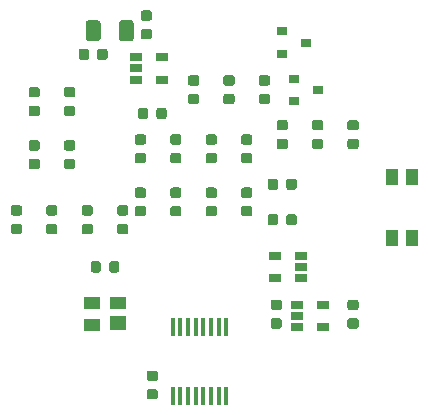
<source format=gbr>
G04 #@! TF.GenerationSoftware,KiCad,Pcbnew,5.1.4*
G04 #@! TF.CreationDate,2019-11-28T00:41:57+01:00*
G04 #@! TF.ProjectId,SICKWATCH1,5349434b-5741-4544-9348-312e6b696361,rev?*
G04 #@! TF.SameCoordinates,Original*
G04 #@! TF.FileFunction,Paste,Bot*
G04 #@! TF.FilePolarity,Positive*
%FSLAX46Y46*%
G04 Gerber Fmt 4.6, Leading zero omitted, Abs format (unit mm)*
G04 Created by KiCad (PCBNEW 5.1.4) date 2019-11-28 00:41:57*
%MOMM*%
%LPD*%
G04 APERTURE LIST*
%ADD10C,0.100000*%
%ADD11C,0.875000*%
%ADD12C,1.250000*%
%ADD13R,1.060000X0.650000*%
%ADD14R,1.400000X1.200000*%
%ADD15R,1.400000X1.000000*%
%ADD16R,0.900000X0.800000*%
%ADD17R,1.000000X1.450000*%
%ADD18R,0.450000X1.500000*%
G04 APERTURE END LIST*
D10*
G36*
X95277691Y-99851053D02*
G01*
X95298926Y-99854203D01*
X95319750Y-99859419D01*
X95339962Y-99866651D01*
X95359368Y-99875830D01*
X95377781Y-99886866D01*
X95395024Y-99899654D01*
X95410930Y-99914070D01*
X95425346Y-99929976D01*
X95438134Y-99947219D01*
X95449170Y-99965632D01*
X95458349Y-99985038D01*
X95465581Y-100005250D01*
X95470797Y-100026074D01*
X95473947Y-100047309D01*
X95475000Y-100068750D01*
X95475000Y-100506250D01*
X95473947Y-100527691D01*
X95470797Y-100548926D01*
X95465581Y-100569750D01*
X95458349Y-100589962D01*
X95449170Y-100609368D01*
X95438134Y-100627781D01*
X95425346Y-100645024D01*
X95410930Y-100660930D01*
X95395024Y-100675346D01*
X95377781Y-100688134D01*
X95359368Y-100699170D01*
X95339962Y-100708349D01*
X95319750Y-100715581D01*
X95298926Y-100720797D01*
X95277691Y-100723947D01*
X95256250Y-100725000D01*
X94743750Y-100725000D01*
X94722309Y-100723947D01*
X94701074Y-100720797D01*
X94680250Y-100715581D01*
X94660038Y-100708349D01*
X94640632Y-100699170D01*
X94622219Y-100688134D01*
X94604976Y-100675346D01*
X94589070Y-100660930D01*
X94574654Y-100645024D01*
X94561866Y-100627781D01*
X94550830Y-100609368D01*
X94541651Y-100589962D01*
X94534419Y-100569750D01*
X94529203Y-100548926D01*
X94526053Y-100527691D01*
X94525000Y-100506250D01*
X94525000Y-100068750D01*
X94526053Y-100047309D01*
X94529203Y-100026074D01*
X94534419Y-100005250D01*
X94541651Y-99985038D01*
X94550830Y-99965632D01*
X94561866Y-99947219D01*
X94574654Y-99929976D01*
X94589070Y-99914070D01*
X94604976Y-99899654D01*
X94622219Y-99886866D01*
X94640632Y-99875830D01*
X94660038Y-99866651D01*
X94680250Y-99859419D01*
X94701074Y-99854203D01*
X94722309Y-99851053D01*
X94743750Y-99850000D01*
X95256250Y-99850000D01*
X95277691Y-99851053D01*
X95277691Y-99851053D01*
G37*
D11*
X95000000Y-100287500D03*
D10*
G36*
X95277691Y-98276053D02*
G01*
X95298926Y-98279203D01*
X95319750Y-98284419D01*
X95339962Y-98291651D01*
X95359368Y-98300830D01*
X95377781Y-98311866D01*
X95395024Y-98324654D01*
X95410930Y-98339070D01*
X95425346Y-98354976D01*
X95438134Y-98372219D01*
X95449170Y-98390632D01*
X95458349Y-98410038D01*
X95465581Y-98430250D01*
X95470797Y-98451074D01*
X95473947Y-98472309D01*
X95475000Y-98493750D01*
X95475000Y-98931250D01*
X95473947Y-98952691D01*
X95470797Y-98973926D01*
X95465581Y-98994750D01*
X95458349Y-99014962D01*
X95449170Y-99034368D01*
X95438134Y-99052781D01*
X95425346Y-99070024D01*
X95410930Y-99085930D01*
X95395024Y-99100346D01*
X95377781Y-99113134D01*
X95359368Y-99124170D01*
X95339962Y-99133349D01*
X95319750Y-99140581D01*
X95298926Y-99145797D01*
X95277691Y-99148947D01*
X95256250Y-99150000D01*
X94743750Y-99150000D01*
X94722309Y-99148947D01*
X94701074Y-99145797D01*
X94680250Y-99140581D01*
X94660038Y-99133349D01*
X94640632Y-99124170D01*
X94622219Y-99113134D01*
X94604976Y-99100346D01*
X94589070Y-99085930D01*
X94574654Y-99070024D01*
X94561866Y-99052781D01*
X94550830Y-99034368D01*
X94541651Y-99014962D01*
X94534419Y-98994750D01*
X94529203Y-98973926D01*
X94526053Y-98952691D01*
X94525000Y-98931250D01*
X94525000Y-98493750D01*
X94526053Y-98472309D01*
X94529203Y-98451074D01*
X94534419Y-98430250D01*
X94541651Y-98410038D01*
X94550830Y-98390632D01*
X94561866Y-98372219D01*
X94574654Y-98354976D01*
X94589070Y-98339070D01*
X94604976Y-98324654D01*
X94622219Y-98311866D01*
X94640632Y-98300830D01*
X94660038Y-98291651D01*
X94680250Y-98284419D01*
X94701074Y-98279203D01*
X94722309Y-98276053D01*
X94743750Y-98275000D01*
X95256250Y-98275000D01*
X95277691Y-98276053D01*
X95277691Y-98276053D01*
G37*
D11*
X95000000Y-98712500D03*
D10*
G36*
X91399504Y-84126204D02*
G01*
X91423773Y-84129804D01*
X91447571Y-84135765D01*
X91470671Y-84144030D01*
X91492849Y-84154520D01*
X91513893Y-84167133D01*
X91533598Y-84181747D01*
X91551777Y-84198223D01*
X91568253Y-84216402D01*
X91582867Y-84236107D01*
X91595480Y-84257151D01*
X91605970Y-84279329D01*
X91614235Y-84302429D01*
X91620196Y-84326227D01*
X91623796Y-84350496D01*
X91625000Y-84375000D01*
X91625000Y-85625000D01*
X91623796Y-85649504D01*
X91620196Y-85673773D01*
X91614235Y-85697571D01*
X91605970Y-85720671D01*
X91595480Y-85742849D01*
X91582867Y-85763893D01*
X91568253Y-85783598D01*
X91551777Y-85801777D01*
X91533598Y-85818253D01*
X91513893Y-85832867D01*
X91492849Y-85845480D01*
X91470671Y-85855970D01*
X91447571Y-85864235D01*
X91423773Y-85870196D01*
X91399504Y-85873796D01*
X91375000Y-85875000D01*
X90625000Y-85875000D01*
X90600496Y-85873796D01*
X90576227Y-85870196D01*
X90552429Y-85864235D01*
X90529329Y-85855970D01*
X90507151Y-85845480D01*
X90486107Y-85832867D01*
X90466402Y-85818253D01*
X90448223Y-85801777D01*
X90431747Y-85783598D01*
X90417133Y-85763893D01*
X90404520Y-85742849D01*
X90394030Y-85720671D01*
X90385765Y-85697571D01*
X90379804Y-85673773D01*
X90376204Y-85649504D01*
X90375000Y-85625000D01*
X90375000Y-84375000D01*
X90376204Y-84350496D01*
X90379804Y-84326227D01*
X90385765Y-84302429D01*
X90394030Y-84279329D01*
X90404520Y-84257151D01*
X90417133Y-84236107D01*
X90431747Y-84216402D01*
X90448223Y-84198223D01*
X90466402Y-84181747D01*
X90486107Y-84167133D01*
X90507151Y-84154520D01*
X90529329Y-84144030D01*
X90552429Y-84135765D01*
X90576227Y-84129804D01*
X90600496Y-84126204D01*
X90625000Y-84125000D01*
X91375000Y-84125000D01*
X91399504Y-84126204D01*
X91399504Y-84126204D01*
G37*
D12*
X91000000Y-85000000D03*
D10*
G36*
X94199504Y-84126204D02*
G01*
X94223773Y-84129804D01*
X94247571Y-84135765D01*
X94270671Y-84144030D01*
X94292849Y-84154520D01*
X94313893Y-84167133D01*
X94333598Y-84181747D01*
X94351777Y-84198223D01*
X94368253Y-84216402D01*
X94382867Y-84236107D01*
X94395480Y-84257151D01*
X94405970Y-84279329D01*
X94414235Y-84302429D01*
X94420196Y-84326227D01*
X94423796Y-84350496D01*
X94425000Y-84375000D01*
X94425000Y-85625000D01*
X94423796Y-85649504D01*
X94420196Y-85673773D01*
X94414235Y-85697571D01*
X94405970Y-85720671D01*
X94395480Y-85742849D01*
X94382867Y-85763893D01*
X94368253Y-85783598D01*
X94351777Y-85801777D01*
X94333598Y-85818253D01*
X94313893Y-85832867D01*
X94292849Y-85845480D01*
X94270671Y-85855970D01*
X94247571Y-85864235D01*
X94223773Y-85870196D01*
X94199504Y-85873796D01*
X94175000Y-85875000D01*
X93425000Y-85875000D01*
X93400496Y-85873796D01*
X93376227Y-85870196D01*
X93352429Y-85864235D01*
X93329329Y-85855970D01*
X93307151Y-85845480D01*
X93286107Y-85832867D01*
X93266402Y-85818253D01*
X93248223Y-85801777D01*
X93231747Y-85783598D01*
X93217133Y-85763893D01*
X93204520Y-85742849D01*
X93194030Y-85720671D01*
X93185765Y-85697571D01*
X93179804Y-85673773D01*
X93176204Y-85649504D01*
X93175000Y-85625000D01*
X93175000Y-84375000D01*
X93176204Y-84350496D01*
X93179804Y-84326227D01*
X93185765Y-84302429D01*
X93194030Y-84279329D01*
X93204520Y-84257151D01*
X93217133Y-84236107D01*
X93231747Y-84216402D01*
X93248223Y-84198223D01*
X93266402Y-84181747D01*
X93286107Y-84167133D01*
X93307151Y-84154520D01*
X93329329Y-84144030D01*
X93352429Y-84135765D01*
X93376227Y-84129804D01*
X93400496Y-84126204D01*
X93425000Y-84125000D01*
X94175000Y-84125000D01*
X94199504Y-84126204D01*
X94199504Y-84126204D01*
G37*
D12*
X93800000Y-85000000D03*
D13*
X106400000Y-104050000D03*
X106400000Y-105950000D03*
X108600000Y-105950000D03*
X108600000Y-105000000D03*
X108600000Y-104050000D03*
D10*
G36*
X106452691Y-100526053D02*
G01*
X106473926Y-100529203D01*
X106494750Y-100534419D01*
X106514962Y-100541651D01*
X106534368Y-100550830D01*
X106552781Y-100561866D01*
X106570024Y-100574654D01*
X106585930Y-100589070D01*
X106600346Y-100604976D01*
X106613134Y-100622219D01*
X106624170Y-100640632D01*
X106633349Y-100660038D01*
X106640581Y-100680250D01*
X106645797Y-100701074D01*
X106648947Y-100722309D01*
X106650000Y-100743750D01*
X106650000Y-101256250D01*
X106648947Y-101277691D01*
X106645797Y-101298926D01*
X106640581Y-101319750D01*
X106633349Y-101339962D01*
X106624170Y-101359368D01*
X106613134Y-101377781D01*
X106600346Y-101395024D01*
X106585930Y-101410930D01*
X106570024Y-101425346D01*
X106552781Y-101438134D01*
X106534368Y-101449170D01*
X106514962Y-101458349D01*
X106494750Y-101465581D01*
X106473926Y-101470797D01*
X106452691Y-101473947D01*
X106431250Y-101475000D01*
X105993750Y-101475000D01*
X105972309Y-101473947D01*
X105951074Y-101470797D01*
X105930250Y-101465581D01*
X105910038Y-101458349D01*
X105890632Y-101449170D01*
X105872219Y-101438134D01*
X105854976Y-101425346D01*
X105839070Y-101410930D01*
X105824654Y-101395024D01*
X105811866Y-101377781D01*
X105800830Y-101359368D01*
X105791651Y-101339962D01*
X105784419Y-101319750D01*
X105779203Y-101298926D01*
X105776053Y-101277691D01*
X105775000Y-101256250D01*
X105775000Y-100743750D01*
X105776053Y-100722309D01*
X105779203Y-100701074D01*
X105784419Y-100680250D01*
X105791651Y-100660038D01*
X105800830Y-100640632D01*
X105811866Y-100622219D01*
X105824654Y-100604976D01*
X105839070Y-100589070D01*
X105854976Y-100574654D01*
X105872219Y-100561866D01*
X105890632Y-100550830D01*
X105910038Y-100541651D01*
X105930250Y-100534419D01*
X105951074Y-100529203D01*
X105972309Y-100526053D01*
X105993750Y-100525000D01*
X106431250Y-100525000D01*
X106452691Y-100526053D01*
X106452691Y-100526053D01*
G37*
D11*
X106212500Y-101000000D03*
D10*
G36*
X108027691Y-100526053D02*
G01*
X108048926Y-100529203D01*
X108069750Y-100534419D01*
X108089962Y-100541651D01*
X108109368Y-100550830D01*
X108127781Y-100561866D01*
X108145024Y-100574654D01*
X108160930Y-100589070D01*
X108175346Y-100604976D01*
X108188134Y-100622219D01*
X108199170Y-100640632D01*
X108208349Y-100660038D01*
X108215581Y-100680250D01*
X108220797Y-100701074D01*
X108223947Y-100722309D01*
X108225000Y-100743750D01*
X108225000Y-101256250D01*
X108223947Y-101277691D01*
X108220797Y-101298926D01*
X108215581Y-101319750D01*
X108208349Y-101339962D01*
X108199170Y-101359368D01*
X108188134Y-101377781D01*
X108175346Y-101395024D01*
X108160930Y-101410930D01*
X108145024Y-101425346D01*
X108127781Y-101438134D01*
X108109368Y-101449170D01*
X108089962Y-101458349D01*
X108069750Y-101465581D01*
X108048926Y-101470797D01*
X108027691Y-101473947D01*
X108006250Y-101475000D01*
X107568750Y-101475000D01*
X107547309Y-101473947D01*
X107526074Y-101470797D01*
X107505250Y-101465581D01*
X107485038Y-101458349D01*
X107465632Y-101449170D01*
X107447219Y-101438134D01*
X107429976Y-101425346D01*
X107414070Y-101410930D01*
X107399654Y-101395024D01*
X107386866Y-101377781D01*
X107375830Y-101359368D01*
X107366651Y-101339962D01*
X107359419Y-101319750D01*
X107354203Y-101298926D01*
X107351053Y-101277691D01*
X107350000Y-101256250D01*
X107350000Y-100743750D01*
X107351053Y-100722309D01*
X107354203Y-100701074D01*
X107359419Y-100680250D01*
X107366651Y-100660038D01*
X107375830Y-100640632D01*
X107386866Y-100622219D01*
X107399654Y-100604976D01*
X107414070Y-100589070D01*
X107429976Y-100574654D01*
X107447219Y-100561866D01*
X107465632Y-100550830D01*
X107485038Y-100541651D01*
X107505250Y-100534419D01*
X107526074Y-100529203D01*
X107547309Y-100526053D01*
X107568750Y-100525000D01*
X108006250Y-100525000D01*
X108027691Y-100526053D01*
X108027691Y-100526053D01*
G37*
D11*
X107787500Y-101000000D03*
D14*
X93100000Y-109770000D03*
D15*
X93100000Y-108050000D03*
X90900000Y-109950000D03*
X90900000Y-108050000D03*
D10*
G36*
X91452691Y-104526053D02*
G01*
X91473926Y-104529203D01*
X91494750Y-104534419D01*
X91514962Y-104541651D01*
X91534368Y-104550830D01*
X91552781Y-104561866D01*
X91570024Y-104574654D01*
X91585930Y-104589070D01*
X91600346Y-104604976D01*
X91613134Y-104622219D01*
X91624170Y-104640632D01*
X91633349Y-104660038D01*
X91640581Y-104680250D01*
X91645797Y-104701074D01*
X91648947Y-104722309D01*
X91650000Y-104743750D01*
X91650000Y-105256250D01*
X91648947Y-105277691D01*
X91645797Y-105298926D01*
X91640581Y-105319750D01*
X91633349Y-105339962D01*
X91624170Y-105359368D01*
X91613134Y-105377781D01*
X91600346Y-105395024D01*
X91585930Y-105410930D01*
X91570024Y-105425346D01*
X91552781Y-105438134D01*
X91534368Y-105449170D01*
X91514962Y-105458349D01*
X91494750Y-105465581D01*
X91473926Y-105470797D01*
X91452691Y-105473947D01*
X91431250Y-105475000D01*
X90993750Y-105475000D01*
X90972309Y-105473947D01*
X90951074Y-105470797D01*
X90930250Y-105465581D01*
X90910038Y-105458349D01*
X90890632Y-105449170D01*
X90872219Y-105438134D01*
X90854976Y-105425346D01*
X90839070Y-105410930D01*
X90824654Y-105395024D01*
X90811866Y-105377781D01*
X90800830Y-105359368D01*
X90791651Y-105339962D01*
X90784419Y-105319750D01*
X90779203Y-105298926D01*
X90776053Y-105277691D01*
X90775000Y-105256250D01*
X90775000Y-104743750D01*
X90776053Y-104722309D01*
X90779203Y-104701074D01*
X90784419Y-104680250D01*
X90791651Y-104660038D01*
X90800830Y-104640632D01*
X90811866Y-104622219D01*
X90824654Y-104604976D01*
X90839070Y-104589070D01*
X90854976Y-104574654D01*
X90872219Y-104561866D01*
X90890632Y-104550830D01*
X90910038Y-104541651D01*
X90930250Y-104534419D01*
X90951074Y-104529203D01*
X90972309Y-104526053D01*
X90993750Y-104525000D01*
X91431250Y-104525000D01*
X91452691Y-104526053D01*
X91452691Y-104526053D01*
G37*
D11*
X91212500Y-105000000D03*
D10*
G36*
X93027691Y-104526053D02*
G01*
X93048926Y-104529203D01*
X93069750Y-104534419D01*
X93089962Y-104541651D01*
X93109368Y-104550830D01*
X93127781Y-104561866D01*
X93145024Y-104574654D01*
X93160930Y-104589070D01*
X93175346Y-104604976D01*
X93188134Y-104622219D01*
X93199170Y-104640632D01*
X93208349Y-104660038D01*
X93215581Y-104680250D01*
X93220797Y-104701074D01*
X93223947Y-104722309D01*
X93225000Y-104743750D01*
X93225000Y-105256250D01*
X93223947Y-105277691D01*
X93220797Y-105298926D01*
X93215581Y-105319750D01*
X93208349Y-105339962D01*
X93199170Y-105359368D01*
X93188134Y-105377781D01*
X93175346Y-105395024D01*
X93160930Y-105410930D01*
X93145024Y-105425346D01*
X93127781Y-105438134D01*
X93109368Y-105449170D01*
X93089962Y-105458349D01*
X93069750Y-105465581D01*
X93048926Y-105470797D01*
X93027691Y-105473947D01*
X93006250Y-105475000D01*
X92568750Y-105475000D01*
X92547309Y-105473947D01*
X92526074Y-105470797D01*
X92505250Y-105465581D01*
X92485038Y-105458349D01*
X92465632Y-105449170D01*
X92447219Y-105438134D01*
X92429976Y-105425346D01*
X92414070Y-105410930D01*
X92399654Y-105395024D01*
X92386866Y-105377781D01*
X92375830Y-105359368D01*
X92366651Y-105339962D01*
X92359419Y-105319750D01*
X92354203Y-105298926D01*
X92351053Y-105277691D01*
X92350000Y-105256250D01*
X92350000Y-104743750D01*
X92351053Y-104722309D01*
X92354203Y-104701074D01*
X92359419Y-104680250D01*
X92366651Y-104660038D01*
X92375830Y-104640632D01*
X92386866Y-104622219D01*
X92399654Y-104604976D01*
X92414070Y-104589070D01*
X92429976Y-104574654D01*
X92447219Y-104561866D01*
X92465632Y-104550830D01*
X92485038Y-104541651D01*
X92505250Y-104534419D01*
X92526074Y-104529203D01*
X92547309Y-104526053D01*
X92568750Y-104525000D01*
X93006250Y-104525000D01*
X93027691Y-104526053D01*
X93027691Y-104526053D01*
G37*
D11*
X92787500Y-105000000D03*
D10*
G36*
X105777691Y-90351053D02*
G01*
X105798926Y-90354203D01*
X105819750Y-90359419D01*
X105839962Y-90366651D01*
X105859368Y-90375830D01*
X105877781Y-90386866D01*
X105895024Y-90399654D01*
X105910930Y-90414070D01*
X105925346Y-90429976D01*
X105938134Y-90447219D01*
X105949170Y-90465632D01*
X105958349Y-90485038D01*
X105965581Y-90505250D01*
X105970797Y-90526074D01*
X105973947Y-90547309D01*
X105975000Y-90568750D01*
X105975000Y-91006250D01*
X105973947Y-91027691D01*
X105970797Y-91048926D01*
X105965581Y-91069750D01*
X105958349Y-91089962D01*
X105949170Y-91109368D01*
X105938134Y-91127781D01*
X105925346Y-91145024D01*
X105910930Y-91160930D01*
X105895024Y-91175346D01*
X105877781Y-91188134D01*
X105859368Y-91199170D01*
X105839962Y-91208349D01*
X105819750Y-91215581D01*
X105798926Y-91220797D01*
X105777691Y-91223947D01*
X105756250Y-91225000D01*
X105243750Y-91225000D01*
X105222309Y-91223947D01*
X105201074Y-91220797D01*
X105180250Y-91215581D01*
X105160038Y-91208349D01*
X105140632Y-91199170D01*
X105122219Y-91188134D01*
X105104976Y-91175346D01*
X105089070Y-91160930D01*
X105074654Y-91145024D01*
X105061866Y-91127781D01*
X105050830Y-91109368D01*
X105041651Y-91089962D01*
X105034419Y-91069750D01*
X105029203Y-91048926D01*
X105026053Y-91027691D01*
X105025000Y-91006250D01*
X105025000Y-90568750D01*
X105026053Y-90547309D01*
X105029203Y-90526074D01*
X105034419Y-90505250D01*
X105041651Y-90485038D01*
X105050830Y-90465632D01*
X105061866Y-90447219D01*
X105074654Y-90429976D01*
X105089070Y-90414070D01*
X105104976Y-90399654D01*
X105122219Y-90386866D01*
X105140632Y-90375830D01*
X105160038Y-90366651D01*
X105180250Y-90359419D01*
X105201074Y-90354203D01*
X105222309Y-90351053D01*
X105243750Y-90350000D01*
X105756250Y-90350000D01*
X105777691Y-90351053D01*
X105777691Y-90351053D01*
G37*
D11*
X105500000Y-90787500D03*
D10*
G36*
X105777691Y-88776053D02*
G01*
X105798926Y-88779203D01*
X105819750Y-88784419D01*
X105839962Y-88791651D01*
X105859368Y-88800830D01*
X105877781Y-88811866D01*
X105895024Y-88824654D01*
X105910930Y-88839070D01*
X105925346Y-88854976D01*
X105938134Y-88872219D01*
X105949170Y-88890632D01*
X105958349Y-88910038D01*
X105965581Y-88930250D01*
X105970797Y-88951074D01*
X105973947Y-88972309D01*
X105975000Y-88993750D01*
X105975000Y-89431250D01*
X105973947Y-89452691D01*
X105970797Y-89473926D01*
X105965581Y-89494750D01*
X105958349Y-89514962D01*
X105949170Y-89534368D01*
X105938134Y-89552781D01*
X105925346Y-89570024D01*
X105910930Y-89585930D01*
X105895024Y-89600346D01*
X105877781Y-89613134D01*
X105859368Y-89624170D01*
X105839962Y-89633349D01*
X105819750Y-89640581D01*
X105798926Y-89645797D01*
X105777691Y-89648947D01*
X105756250Y-89650000D01*
X105243750Y-89650000D01*
X105222309Y-89648947D01*
X105201074Y-89645797D01*
X105180250Y-89640581D01*
X105160038Y-89633349D01*
X105140632Y-89624170D01*
X105122219Y-89613134D01*
X105104976Y-89600346D01*
X105089070Y-89585930D01*
X105074654Y-89570024D01*
X105061866Y-89552781D01*
X105050830Y-89534368D01*
X105041651Y-89514962D01*
X105034419Y-89494750D01*
X105029203Y-89473926D01*
X105026053Y-89452691D01*
X105025000Y-89431250D01*
X105025000Y-88993750D01*
X105026053Y-88972309D01*
X105029203Y-88951074D01*
X105034419Y-88930250D01*
X105041651Y-88910038D01*
X105050830Y-88890632D01*
X105061866Y-88872219D01*
X105074654Y-88854976D01*
X105089070Y-88839070D01*
X105104976Y-88824654D01*
X105122219Y-88811866D01*
X105140632Y-88800830D01*
X105160038Y-88791651D01*
X105180250Y-88784419D01*
X105201074Y-88779203D01*
X105222309Y-88776053D01*
X105243750Y-88775000D01*
X105756250Y-88775000D01*
X105777691Y-88776053D01*
X105777691Y-88776053D01*
G37*
D11*
X105500000Y-89212500D03*
D10*
G36*
X102777691Y-90351053D02*
G01*
X102798926Y-90354203D01*
X102819750Y-90359419D01*
X102839962Y-90366651D01*
X102859368Y-90375830D01*
X102877781Y-90386866D01*
X102895024Y-90399654D01*
X102910930Y-90414070D01*
X102925346Y-90429976D01*
X102938134Y-90447219D01*
X102949170Y-90465632D01*
X102958349Y-90485038D01*
X102965581Y-90505250D01*
X102970797Y-90526074D01*
X102973947Y-90547309D01*
X102975000Y-90568750D01*
X102975000Y-91006250D01*
X102973947Y-91027691D01*
X102970797Y-91048926D01*
X102965581Y-91069750D01*
X102958349Y-91089962D01*
X102949170Y-91109368D01*
X102938134Y-91127781D01*
X102925346Y-91145024D01*
X102910930Y-91160930D01*
X102895024Y-91175346D01*
X102877781Y-91188134D01*
X102859368Y-91199170D01*
X102839962Y-91208349D01*
X102819750Y-91215581D01*
X102798926Y-91220797D01*
X102777691Y-91223947D01*
X102756250Y-91225000D01*
X102243750Y-91225000D01*
X102222309Y-91223947D01*
X102201074Y-91220797D01*
X102180250Y-91215581D01*
X102160038Y-91208349D01*
X102140632Y-91199170D01*
X102122219Y-91188134D01*
X102104976Y-91175346D01*
X102089070Y-91160930D01*
X102074654Y-91145024D01*
X102061866Y-91127781D01*
X102050830Y-91109368D01*
X102041651Y-91089962D01*
X102034419Y-91069750D01*
X102029203Y-91048926D01*
X102026053Y-91027691D01*
X102025000Y-91006250D01*
X102025000Y-90568750D01*
X102026053Y-90547309D01*
X102029203Y-90526074D01*
X102034419Y-90505250D01*
X102041651Y-90485038D01*
X102050830Y-90465632D01*
X102061866Y-90447219D01*
X102074654Y-90429976D01*
X102089070Y-90414070D01*
X102104976Y-90399654D01*
X102122219Y-90386866D01*
X102140632Y-90375830D01*
X102160038Y-90366651D01*
X102180250Y-90359419D01*
X102201074Y-90354203D01*
X102222309Y-90351053D01*
X102243750Y-90350000D01*
X102756250Y-90350000D01*
X102777691Y-90351053D01*
X102777691Y-90351053D01*
G37*
D11*
X102500000Y-90787500D03*
D10*
G36*
X102777691Y-88776053D02*
G01*
X102798926Y-88779203D01*
X102819750Y-88784419D01*
X102839962Y-88791651D01*
X102859368Y-88800830D01*
X102877781Y-88811866D01*
X102895024Y-88824654D01*
X102910930Y-88839070D01*
X102925346Y-88854976D01*
X102938134Y-88872219D01*
X102949170Y-88890632D01*
X102958349Y-88910038D01*
X102965581Y-88930250D01*
X102970797Y-88951074D01*
X102973947Y-88972309D01*
X102975000Y-88993750D01*
X102975000Y-89431250D01*
X102973947Y-89452691D01*
X102970797Y-89473926D01*
X102965581Y-89494750D01*
X102958349Y-89514962D01*
X102949170Y-89534368D01*
X102938134Y-89552781D01*
X102925346Y-89570024D01*
X102910930Y-89585930D01*
X102895024Y-89600346D01*
X102877781Y-89613134D01*
X102859368Y-89624170D01*
X102839962Y-89633349D01*
X102819750Y-89640581D01*
X102798926Y-89645797D01*
X102777691Y-89648947D01*
X102756250Y-89650000D01*
X102243750Y-89650000D01*
X102222309Y-89648947D01*
X102201074Y-89645797D01*
X102180250Y-89640581D01*
X102160038Y-89633349D01*
X102140632Y-89624170D01*
X102122219Y-89613134D01*
X102104976Y-89600346D01*
X102089070Y-89585930D01*
X102074654Y-89570024D01*
X102061866Y-89552781D01*
X102050830Y-89534368D01*
X102041651Y-89514962D01*
X102034419Y-89494750D01*
X102029203Y-89473926D01*
X102026053Y-89452691D01*
X102025000Y-89431250D01*
X102025000Y-88993750D01*
X102026053Y-88972309D01*
X102029203Y-88951074D01*
X102034419Y-88930250D01*
X102041651Y-88910038D01*
X102050830Y-88890632D01*
X102061866Y-88872219D01*
X102074654Y-88854976D01*
X102089070Y-88839070D01*
X102104976Y-88824654D01*
X102122219Y-88811866D01*
X102140632Y-88800830D01*
X102160038Y-88791651D01*
X102180250Y-88784419D01*
X102201074Y-88779203D01*
X102222309Y-88776053D01*
X102243750Y-88775000D01*
X102756250Y-88775000D01*
X102777691Y-88776053D01*
X102777691Y-88776053D01*
G37*
D11*
X102500000Y-89212500D03*
D10*
G36*
X95452691Y-91526053D02*
G01*
X95473926Y-91529203D01*
X95494750Y-91534419D01*
X95514962Y-91541651D01*
X95534368Y-91550830D01*
X95552781Y-91561866D01*
X95570024Y-91574654D01*
X95585930Y-91589070D01*
X95600346Y-91604976D01*
X95613134Y-91622219D01*
X95624170Y-91640632D01*
X95633349Y-91660038D01*
X95640581Y-91680250D01*
X95645797Y-91701074D01*
X95648947Y-91722309D01*
X95650000Y-91743750D01*
X95650000Y-92256250D01*
X95648947Y-92277691D01*
X95645797Y-92298926D01*
X95640581Y-92319750D01*
X95633349Y-92339962D01*
X95624170Y-92359368D01*
X95613134Y-92377781D01*
X95600346Y-92395024D01*
X95585930Y-92410930D01*
X95570024Y-92425346D01*
X95552781Y-92438134D01*
X95534368Y-92449170D01*
X95514962Y-92458349D01*
X95494750Y-92465581D01*
X95473926Y-92470797D01*
X95452691Y-92473947D01*
X95431250Y-92475000D01*
X94993750Y-92475000D01*
X94972309Y-92473947D01*
X94951074Y-92470797D01*
X94930250Y-92465581D01*
X94910038Y-92458349D01*
X94890632Y-92449170D01*
X94872219Y-92438134D01*
X94854976Y-92425346D01*
X94839070Y-92410930D01*
X94824654Y-92395024D01*
X94811866Y-92377781D01*
X94800830Y-92359368D01*
X94791651Y-92339962D01*
X94784419Y-92319750D01*
X94779203Y-92298926D01*
X94776053Y-92277691D01*
X94775000Y-92256250D01*
X94775000Y-91743750D01*
X94776053Y-91722309D01*
X94779203Y-91701074D01*
X94784419Y-91680250D01*
X94791651Y-91660038D01*
X94800830Y-91640632D01*
X94811866Y-91622219D01*
X94824654Y-91604976D01*
X94839070Y-91589070D01*
X94854976Y-91574654D01*
X94872219Y-91561866D01*
X94890632Y-91550830D01*
X94910038Y-91541651D01*
X94930250Y-91534419D01*
X94951074Y-91529203D01*
X94972309Y-91526053D01*
X94993750Y-91525000D01*
X95431250Y-91525000D01*
X95452691Y-91526053D01*
X95452691Y-91526053D01*
G37*
D11*
X95212500Y-92000000D03*
D10*
G36*
X97027691Y-91526053D02*
G01*
X97048926Y-91529203D01*
X97069750Y-91534419D01*
X97089962Y-91541651D01*
X97109368Y-91550830D01*
X97127781Y-91561866D01*
X97145024Y-91574654D01*
X97160930Y-91589070D01*
X97175346Y-91604976D01*
X97188134Y-91622219D01*
X97199170Y-91640632D01*
X97208349Y-91660038D01*
X97215581Y-91680250D01*
X97220797Y-91701074D01*
X97223947Y-91722309D01*
X97225000Y-91743750D01*
X97225000Y-92256250D01*
X97223947Y-92277691D01*
X97220797Y-92298926D01*
X97215581Y-92319750D01*
X97208349Y-92339962D01*
X97199170Y-92359368D01*
X97188134Y-92377781D01*
X97175346Y-92395024D01*
X97160930Y-92410930D01*
X97145024Y-92425346D01*
X97127781Y-92438134D01*
X97109368Y-92449170D01*
X97089962Y-92458349D01*
X97069750Y-92465581D01*
X97048926Y-92470797D01*
X97027691Y-92473947D01*
X97006250Y-92475000D01*
X96568750Y-92475000D01*
X96547309Y-92473947D01*
X96526074Y-92470797D01*
X96505250Y-92465581D01*
X96485038Y-92458349D01*
X96465632Y-92449170D01*
X96447219Y-92438134D01*
X96429976Y-92425346D01*
X96414070Y-92410930D01*
X96399654Y-92395024D01*
X96386866Y-92377781D01*
X96375830Y-92359368D01*
X96366651Y-92339962D01*
X96359419Y-92319750D01*
X96354203Y-92298926D01*
X96351053Y-92277691D01*
X96350000Y-92256250D01*
X96350000Y-91743750D01*
X96351053Y-91722309D01*
X96354203Y-91701074D01*
X96359419Y-91680250D01*
X96366651Y-91660038D01*
X96375830Y-91640632D01*
X96386866Y-91622219D01*
X96399654Y-91604976D01*
X96414070Y-91589070D01*
X96429976Y-91574654D01*
X96447219Y-91561866D01*
X96465632Y-91550830D01*
X96485038Y-91541651D01*
X96505250Y-91534419D01*
X96526074Y-91529203D01*
X96547309Y-91526053D01*
X96568750Y-91525000D01*
X97006250Y-91525000D01*
X97027691Y-91526053D01*
X97027691Y-91526053D01*
G37*
D11*
X96787500Y-92000000D03*
D10*
G36*
X99777691Y-90351053D02*
G01*
X99798926Y-90354203D01*
X99819750Y-90359419D01*
X99839962Y-90366651D01*
X99859368Y-90375830D01*
X99877781Y-90386866D01*
X99895024Y-90399654D01*
X99910930Y-90414070D01*
X99925346Y-90429976D01*
X99938134Y-90447219D01*
X99949170Y-90465632D01*
X99958349Y-90485038D01*
X99965581Y-90505250D01*
X99970797Y-90526074D01*
X99973947Y-90547309D01*
X99975000Y-90568750D01*
X99975000Y-91006250D01*
X99973947Y-91027691D01*
X99970797Y-91048926D01*
X99965581Y-91069750D01*
X99958349Y-91089962D01*
X99949170Y-91109368D01*
X99938134Y-91127781D01*
X99925346Y-91145024D01*
X99910930Y-91160930D01*
X99895024Y-91175346D01*
X99877781Y-91188134D01*
X99859368Y-91199170D01*
X99839962Y-91208349D01*
X99819750Y-91215581D01*
X99798926Y-91220797D01*
X99777691Y-91223947D01*
X99756250Y-91225000D01*
X99243750Y-91225000D01*
X99222309Y-91223947D01*
X99201074Y-91220797D01*
X99180250Y-91215581D01*
X99160038Y-91208349D01*
X99140632Y-91199170D01*
X99122219Y-91188134D01*
X99104976Y-91175346D01*
X99089070Y-91160930D01*
X99074654Y-91145024D01*
X99061866Y-91127781D01*
X99050830Y-91109368D01*
X99041651Y-91089962D01*
X99034419Y-91069750D01*
X99029203Y-91048926D01*
X99026053Y-91027691D01*
X99025000Y-91006250D01*
X99025000Y-90568750D01*
X99026053Y-90547309D01*
X99029203Y-90526074D01*
X99034419Y-90505250D01*
X99041651Y-90485038D01*
X99050830Y-90465632D01*
X99061866Y-90447219D01*
X99074654Y-90429976D01*
X99089070Y-90414070D01*
X99104976Y-90399654D01*
X99122219Y-90386866D01*
X99140632Y-90375830D01*
X99160038Y-90366651D01*
X99180250Y-90359419D01*
X99201074Y-90354203D01*
X99222309Y-90351053D01*
X99243750Y-90350000D01*
X99756250Y-90350000D01*
X99777691Y-90351053D01*
X99777691Y-90351053D01*
G37*
D11*
X99500000Y-90787500D03*
D10*
G36*
X99777691Y-88776053D02*
G01*
X99798926Y-88779203D01*
X99819750Y-88784419D01*
X99839962Y-88791651D01*
X99859368Y-88800830D01*
X99877781Y-88811866D01*
X99895024Y-88824654D01*
X99910930Y-88839070D01*
X99925346Y-88854976D01*
X99938134Y-88872219D01*
X99949170Y-88890632D01*
X99958349Y-88910038D01*
X99965581Y-88930250D01*
X99970797Y-88951074D01*
X99973947Y-88972309D01*
X99975000Y-88993750D01*
X99975000Y-89431250D01*
X99973947Y-89452691D01*
X99970797Y-89473926D01*
X99965581Y-89494750D01*
X99958349Y-89514962D01*
X99949170Y-89534368D01*
X99938134Y-89552781D01*
X99925346Y-89570024D01*
X99910930Y-89585930D01*
X99895024Y-89600346D01*
X99877781Y-89613134D01*
X99859368Y-89624170D01*
X99839962Y-89633349D01*
X99819750Y-89640581D01*
X99798926Y-89645797D01*
X99777691Y-89648947D01*
X99756250Y-89650000D01*
X99243750Y-89650000D01*
X99222309Y-89648947D01*
X99201074Y-89645797D01*
X99180250Y-89640581D01*
X99160038Y-89633349D01*
X99140632Y-89624170D01*
X99122219Y-89613134D01*
X99104976Y-89600346D01*
X99089070Y-89585930D01*
X99074654Y-89570024D01*
X99061866Y-89552781D01*
X99050830Y-89534368D01*
X99041651Y-89514962D01*
X99034419Y-89494750D01*
X99029203Y-89473926D01*
X99026053Y-89452691D01*
X99025000Y-89431250D01*
X99025000Y-88993750D01*
X99026053Y-88972309D01*
X99029203Y-88951074D01*
X99034419Y-88930250D01*
X99041651Y-88910038D01*
X99050830Y-88890632D01*
X99061866Y-88872219D01*
X99074654Y-88854976D01*
X99089070Y-88839070D01*
X99104976Y-88824654D01*
X99122219Y-88811866D01*
X99140632Y-88800830D01*
X99160038Y-88791651D01*
X99180250Y-88784419D01*
X99201074Y-88779203D01*
X99222309Y-88776053D01*
X99243750Y-88775000D01*
X99756250Y-88775000D01*
X99777691Y-88776053D01*
X99777691Y-88776053D01*
G37*
D11*
X99500000Y-89212500D03*
D10*
G36*
X106452691Y-97526053D02*
G01*
X106473926Y-97529203D01*
X106494750Y-97534419D01*
X106514962Y-97541651D01*
X106534368Y-97550830D01*
X106552781Y-97561866D01*
X106570024Y-97574654D01*
X106585930Y-97589070D01*
X106600346Y-97604976D01*
X106613134Y-97622219D01*
X106624170Y-97640632D01*
X106633349Y-97660038D01*
X106640581Y-97680250D01*
X106645797Y-97701074D01*
X106648947Y-97722309D01*
X106650000Y-97743750D01*
X106650000Y-98256250D01*
X106648947Y-98277691D01*
X106645797Y-98298926D01*
X106640581Y-98319750D01*
X106633349Y-98339962D01*
X106624170Y-98359368D01*
X106613134Y-98377781D01*
X106600346Y-98395024D01*
X106585930Y-98410930D01*
X106570024Y-98425346D01*
X106552781Y-98438134D01*
X106534368Y-98449170D01*
X106514962Y-98458349D01*
X106494750Y-98465581D01*
X106473926Y-98470797D01*
X106452691Y-98473947D01*
X106431250Y-98475000D01*
X105993750Y-98475000D01*
X105972309Y-98473947D01*
X105951074Y-98470797D01*
X105930250Y-98465581D01*
X105910038Y-98458349D01*
X105890632Y-98449170D01*
X105872219Y-98438134D01*
X105854976Y-98425346D01*
X105839070Y-98410930D01*
X105824654Y-98395024D01*
X105811866Y-98377781D01*
X105800830Y-98359368D01*
X105791651Y-98339962D01*
X105784419Y-98319750D01*
X105779203Y-98298926D01*
X105776053Y-98277691D01*
X105775000Y-98256250D01*
X105775000Y-97743750D01*
X105776053Y-97722309D01*
X105779203Y-97701074D01*
X105784419Y-97680250D01*
X105791651Y-97660038D01*
X105800830Y-97640632D01*
X105811866Y-97622219D01*
X105824654Y-97604976D01*
X105839070Y-97589070D01*
X105854976Y-97574654D01*
X105872219Y-97561866D01*
X105890632Y-97550830D01*
X105910038Y-97541651D01*
X105930250Y-97534419D01*
X105951074Y-97529203D01*
X105972309Y-97526053D01*
X105993750Y-97525000D01*
X106431250Y-97525000D01*
X106452691Y-97526053D01*
X106452691Y-97526053D01*
G37*
D11*
X106212500Y-98000000D03*
D10*
G36*
X108027691Y-97526053D02*
G01*
X108048926Y-97529203D01*
X108069750Y-97534419D01*
X108089962Y-97541651D01*
X108109368Y-97550830D01*
X108127781Y-97561866D01*
X108145024Y-97574654D01*
X108160930Y-97589070D01*
X108175346Y-97604976D01*
X108188134Y-97622219D01*
X108199170Y-97640632D01*
X108208349Y-97660038D01*
X108215581Y-97680250D01*
X108220797Y-97701074D01*
X108223947Y-97722309D01*
X108225000Y-97743750D01*
X108225000Y-98256250D01*
X108223947Y-98277691D01*
X108220797Y-98298926D01*
X108215581Y-98319750D01*
X108208349Y-98339962D01*
X108199170Y-98359368D01*
X108188134Y-98377781D01*
X108175346Y-98395024D01*
X108160930Y-98410930D01*
X108145024Y-98425346D01*
X108127781Y-98438134D01*
X108109368Y-98449170D01*
X108089962Y-98458349D01*
X108069750Y-98465581D01*
X108048926Y-98470797D01*
X108027691Y-98473947D01*
X108006250Y-98475000D01*
X107568750Y-98475000D01*
X107547309Y-98473947D01*
X107526074Y-98470797D01*
X107505250Y-98465581D01*
X107485038Y-98458349D01*
X107465632Y-98449170D01*
X107447219Y-98438134D01*
X107429976Y-98425346D01*
X107414070Y-98410930D01*
X107399654Y-98395024D01*
X107386866Y-98377781D01*
X107375830Y-98359368D01*
X107366651Y-98339962D01*
X107359419Y-98319750D01*
X107354203Y-98298926D01*
X107351053Y-98277691D01*
X107350000Y-98256250D01*
X107350000Y-97743750D01*
X107351053Y-97722309D01*
X107354203Y-97701074D01*
X107359419Y-97680250D01*
X107366651Y-97660038D01*
X107375830Y-97640632D01*
X107386866Y-97622219D01*
X107399654Y-97604976D01*
X107414070Y-97589070D01*
X107429976Y-97574654D01*
X107447219Y-97561866D01*
X107465632Y-97550830D01*
X107485038Y-97541651D01*
X107505250Y-97534419D01*
X107526074Y-97529203D01*
X107547309Y-97526053D01*
X107568750Y-97525000D01*
X108006250Y-97525000D01*
X108027691Y-97526053D01*
X108027691Y-97526053D01*
G37*
D11*
X107787500Y-98000000D03*
D10*
G36*
X113277691Y-92563553D02*
G01*
X113298926Y-92566703D01*
X113319750Y-92571919D01*
X113339962Y-92579151D01*
X113359368Y-92588330D01*
X113377781Y-92599366D01*
X113395024Y-92612154D01*
X113410930Y-92626570D01*
X113425346Y-92642476D01*
X113438134Y-92659719D01*
X113449170Y-92678132D01*
X113458349Y-92697538D01*
X113465581Y-92717750D01*
X113470797Y-92738574D01*
X113473947Y-92759809D01*
X113475000Y-92781250D01*
X113475000Y-93218750D01*
X113473947Y-93240191D01*
X113470797Y-93261426D01*
X113465581Y-93282250D01*
X113458349Y-93302462D01*
X113449170Y-93321868D01*
X113438134Y-93340281D01*
X113425346Y-93357524D01*
X113410930Y-93373430D01*
X113395024Y-93387846D01*
X113377781Y-93400634D01*
X113359368Y-93411670D01*
X113339962Y-93420849D01*
X113319750Y-93428081D01*
X113298926Y-93433297D01*
X113277691Y-93436447D01*
X113256250Y-93437500D01*
X112743750Y-93437500D01*
X112722309Y-93436447D01*
X112701074Y-93433297D01*
X112680250Y-93428081D01*
X112660038Y-93420849D01*
X112640632Y-93411670D01*
X112622219Y-93400634D01*
X112604976Y-93387846D01*
X112589070Y-93373430D01*
X112574654Y-93357524D01*
X112561866Y-93340281D01*
X112550830Y-93321868D01*
X112541651Y-93302462D01*
X112534419Y-93282250D01*
X112529203Y-93261426D01*
X112526053Y-93240191D01*
X112525000Y-93218750D01*
X112525000Y-92781250D01*
X112526053Y-92759809D01*
X112529203Y-92738574D01*
X112534419Y-92717750D01*
X112541651Y-92697538D01*
X112550830Y-92678132D01*
X112561866Y-92659719D01*
X112574654Y-92642476D01*
X112589070Y-92626570D01*
X112604976Y-92612154D01*
X112622219Y-92599366D01*
X112640632Y-92588330D01*
X112660038Y-92579151D01*
X112680250Y-92571919D01*
X112701074Y-92566703D01*
X112722309Y-92563553D01*
X112743750Y-92562500D01*
X113256250Y-92562500D01*
X113277691Y-92563553D01*
X113277691Y-92563553D01*
G37*
D11*
X113000000Y-93000000D03*
D10*
G36*
X113277691Y-94138553D02*
G01*
X113298926Y-94141703D01*
X113319750Y-94146919D01*
X113339962Y-94154151D01*
X113359368Y-94163330D01*
X113377781Y-94174366D01*
X113395024Y-94187154D01*
X113410930Y-94201570D01*
X113425346Y-94217476D01*
X113438134Y-94234719D01*
X113449170Y-94253132D01*
X113458349Y-94272538D01*
X113465581Y-94292750D01*
X113470797Y-94313574D01*
X113473947Y-94334809D01*
X113475000Y-94356250D01*
X113475000Y-94793750D01*
X113473947Y-94815191D01*
X113470797Y-94836426D01*
X113465581Y-94857250D01*
X113458349Y-94877462D01*
X113449170Y-94896868D01*
X113438134Y-94915281D01*
X113425346Y-94932524D01*
X113410930Y-94948430D01*
X113395024Y-94962846D01*
X113377781Y-94975634D01*
X113359368Y-94986670D01*
X113339962Y-94995849D01*
X113319750Y-95003081D01*
X113298926Y-95008297D01*
X113277691Y-95011447D01*
X113256250Y-95012500D01*
X112743750Y-95012500D01*
X112722309Y-95011447D01*
X112701074Y-95008297D01*
X112680250Y-95003081D01*
X112660038Y-94995849D01*
X112640632Y-94986670D01*
X112622219Y-94975634D01*
X112604976Y-94962846D01*
X112589070Y-94948430D01*
X112574654Y-94932524D01*
X112561866Y-94915281D01*
X112550830Y-94896868D01*
X112541651Y-94877462D01*
X112534419Y-94857250D01*
X112529203Y-94836426D01*
X112526053Y-94815191D01*
X112525000Y-94793750D01*
X112525000Y-94356250D01*
X112526053Y-94334809D01*
X112529203Y-94313574D01*
X112534419Y-94292750D01*
X112541651Y-94272538D01*
X112550830Y-94253132D01*
X112561866Y-94234719D01*
X112574654Y-94217476D01*
X112589070Y-94201570D01*
X112604976Y-94187154D01*
X112622219Y-94174366D01*
X112640632Y-94163330D01*
X112660038Y-94154151D01*
X112680250Y-94146919D01*
X112701074Y-94141703D01*
X112722309Y-94138553D01*
X112743750Y-94137500D01*
X113256250Y-94137500D01*
X113277691Y-94138553D01*
X113277691Y-94138553D01*
G37*
D11*
X113000000Y-94575000D03*
D10*
G36*
X107277691Y-92563553D02*
G01*
X107298926Y-92566703D01*
X107319750Y-92571919D01*
X107339962Y-92579151D01*
X107359368Y-92588330D01*
X107377781Y-92599366D01*
X107395024Y-92612154D01*
X107410930Y-92626570D01*
X107425346Y-92642476D01*
X107438134Y-92659719D01*
X107449170Y-92678132D01*
X107458349Y-92697538D01*
X107465581Y-92717750D01*
X107470797Y-92738574D01*
X107473947Y-92759809D01*
X107475000Y-92781250D01*
X107475000Y-93218750D01*
X107473947Y-93240191D01*
X107470797Y-93261426D01*
X107465581Y-93282250D01*
X107458349Y-93302462D01*
X107449170Y-93321868D01*
X107438134Y-93340281D01*
X107425346Y-93357524D01*
X107410930Y-93373430D01*
X107395024Y-93387846D01*
X107377781Y-93400634D01*
X107359368Y-93411670D01*
X107339962Y-93420849D01*
X107319750Y-93428081D01*
X107298926Y-93433297D01*
X107277691Y-93436447D01*
X107256250Y-93437500D01*
X106743750Y-93437500D01*
X106722309Y-93436447D01*
X106701074Y-93433297D01*
X106680250Y-93428081D01*
X106660038Y-93420849D01*
X106640632Y-93411670D01*
X106622219Y-93400634D01*
X106604976Y-93387846D01*
X106589070Y-93373430D01*
X106574654Y-93357524D01*
X106561866Y-93340281D01*
X106550830Y-93321868D01*
X106541651Y-93302462D01*
X106534419Y-93282250D01*
X106529203Y-93261426D01*
X106526053Y-93240191D01*
X106525000Y-93218750D01*
X106525000Y-92781250D01*
X106526053Y-92759809D01*
X106529203Y-92738574D01*
X106534419Y-92717750D01*
X106541651Y-92697538D01*
X106550830Y-92678132D01*
X106561866Y-92659719D01*
X106574654Y-92642476D01*
X106589070Y-92626570D01*
X106604976Y-92612154D01*
X106622219Y-92599366D01*
X106640632Y-92588330D01*
X106660038Y-92579151D01*
X106680250Y-92571919D01*
X106701074Y-92566703D01*
X106722309Y-92563553D01*
X106743750Y-92562500D01*
X107256250Y-92562500D01*
X107277691Y-92563553D01*
X107277691Y-92563553D01*
G37*
D11*
X107000000Y-93000000D03*
D10*
G36*
X107277691Y-94138553D02*
G01*
X107298926Y-94141703D01*
X107319750Y-94146919D01*
X107339962Y-94154151D01*
X107359368Y-94163330D01*
X107377781Y-94174366D01*
X107395024Y-94187154D01*
X107410930Y-94201570D01*
X107425346Y-94217476D01*
X107438134Y-94234719D01*
X107449170Y-94253132D01*
X107458349Y-94272538D01*
X107465581Y-94292750D01*
X107470797Y-94313574D01*
X107473947Y-94334809D01*
X107475000Y-94356250D01*
X107475000Y-94793750D01*
X107473947Y-94815191D01*
X107470797Y-94836426D01*
X107465581Y-94857250D01*
X107458349Y-94877462D01*
X107449170Y-94896868D01*
X107438134Y-94915281D01*
X107425346Y-94932524D01*
X107410930Y-94948430D01*
X107395024Y-94962846D01*
X107377781Y-94975634D01*
X107359368Y-94986670D01*
X107339962Y-94995849D01*
X107319750Y-95003081D01*
X107298926Y-95008297D01*
X107277691Y-95011447D01*
X107256250Y-95012500D01*
X106743750Y-95012500D01*
X106722309Y-95011447D01*
X106701074Y-95008297D01*
X106680250Y-95003081D01*
X106660038Y-94995849D01*
X106640632Y-94986670D01*
X106622219Y-94975634D01*
X106604976Y-94962846D01*
X106589070Y-94948430D01*
X106574654Y-94932524D01*
X106561866Y-94915281D01*
X106550830Y-94896868D01*
X106541651Y-94877462D01*
X106534419Y-94857250D01*
X106529203Y-94836426D01*
X106526053Y-94815191D01*
X106525000Y-94793750D01*
X106525000Y-94356250D01*
X106526053Y-94334809D01*
X106529203Y-94313574D01*
X106534419Y-94292750D01*
X106541651Y-94272538D01*
X106550830Y-94253132D01*
X106561866Y-94234719D01*
X106574654Y-94217476D01*
X106589070Y-94201570D01*
X106604976Y-94187154D01*
X106622219Y-94174366D01*
X106640632Y-94163330D01*
X106660038Y-94154151D01*
X106680250Y-94146919D01*
X106701074Y-94141703D01*
X106722309Y-94138553D01*
X106743750Y-94137500D01*
X107256250Y-94137500D01*
X107277691Y-94138553D01*
X107277691Y-94138553D01*
G37*
D11*
X107000000Y-94575000D03*
D10*
G36*
X95277691Y-93776053D02*
G01*
X95298926Y-93779203D01*
X95319750Y-93784419D01*
X95339962Y-93791651D01*
X95359368Y-93800830D01*
X95377781Y-93811866D01*
X95395024Y-93824654D01*
X95410930Y-93839070D01*
X95425346Y-93854976D01*
X95438134Y-93872219D01*
X95449170Y-93890632D01*
X95458349Y-93910038D01*
X95465581Y-93930250D01*
X95470797Y-93951074D01*
X95473947Y-93972309D01*
X95475000Y-93993750D01*
X95475000Y-94431250D01*
X95473947Y-94452691D01*
X95470797Y-94473926D01*
X95465581Y-94494750D01*
X95458349Y-94514962D01*
X95449170Y-94534368D01*
X95438134Y-94552781D01*
X95425346Y-94570024D01*
X95410930Y-94585930D01*
X95395024Y-94600346D01*
X95377781Y-94613134D01*
X95359368Y-94624170D01*
X95339962Y-94633349D01*
X95319750Y-94640581D01*
X95298926Y-94645797D01*
X95277691Y-94648947D01*
X95256250Y-94650000D01*
X94743750Y-94650000D01*
X94722309Y-94648947D01*
X94701074Y-94645797D01*
X94680250Y-94640581D01*
X94660038Y-94633349D01*
X94640632Y-94624170D01*
X94622219Y-94613134D01*
X94604976Y-94600346D01*
X94589070Y-94585930D01*
X94574654Y-94570024D01*
X94561866Y-94552781D01*
X94550830Y-94534368D01*
X94541651Y-94514962D01*
X94534419Y-94494750D01*
X94529203Y-94473926D01*
X94526053Y-94452691D01*
X94525000Y-94431250D01*
X94525000Y-93993750D01*
X94526053Y-93972309D01*
X94529203Y-93951074D01*
X94534419Y-93930250D01*
X94541651Y-93910038D01*
X94550830Y-93890632D01*
X94561866Y-93872219D01*
X94574654Y-93854976D01*
X94589070Y-93839070D01*
X94604976Y-93824654D01*
X94622219Y-93811866D01*
X94640632Y-93800830D01*
X94660038Y-93791651D01*
X94680250Y-93784419D01*
X94701074Y-93779203D01*
X94722309Y-93776053D01*
X94743750Y-93775000D01*
X95256250Y-93775000D01*
X95277691Y-93776053D01*
X95277691Y-93776053D01*
G37*
D11*
X95000000Y-94212500D03*
D10*
G36*
X95277691Y-95351053D02*
G01*
X95298926Y-95354203D01*
X95319750Y-95359419D01*
X95339962Y-95366651D01*
X95359368Y-95375830D01*
X95377781Y-95386866D01*
X95395024Y-95399654D01*
X95410930Y-95414070D01*
X95425346Y-95429976D01*
X95438134Y-95447219D01*
X95449170Y-95465632D01*
X95458349Y-95485038D01*
X95465581Y-95505250D01*
X95470797Y-95526074D01*
X95473947Y-95547309D01*
X95475000Y-95568750D01*
X95475000Y-96006250D01*
X95473947Y-96027691D01*
X95470797Y-96048926D01*
X95465581Y-96069750D01*
X95458349Y-96089962D01*
X95449170Y-96109368D01*
X95438134Y-96127781D01*
X95425346Y-96145024D01*
X95410930Y-96160930D01*
X95395024Y-96175346D01*
X95377781Y-96188134D01*
X95359368Y-96199170D01*
X95339962Y-96208349D01*
X95319750Y-96215581D01*
X95298926Y-96220797D01*
X95277691Y-96223947D01*
X95256250Y-96225000D01*
X94743750Y-96225000D01*
X94722309Y-96223947D01*
X94701074Y-96220797D01*
X94680250Y-96215581D01*
X94660038Y-96208349D01*
X94640632Y-96199170D01*
X94622219Y-96188134D01*
X94604976Y-96175346D01*
X94589070Y-96160930D01*
X94574654Y-96145024D01*
X94561866Y-96127781D01*
X94550830Y-96109368D01*
X94541651Y-96089962D01*
X94534419Y-96069750D01*
X94529203Y-96048926D01*
X94526053Y-96027691D01*
X94525000Y-96006250D01*
X94525000Y-95568750D01*
X94526053Y-95547309D01*
X94529203Y-95526074D01*
X94534419Y-95505250D01*
X94541651Y-95485038D01*
X94550830Y-95465632D01*
X94561866Y-95447219D01*
X94574654Y-95429976D01*
X94589070Y-95414070D01*
X94604976Y-95399654D01*
X94622219Y-95386866D01*
X94640632Y-95375830D01*
X94660038Y-95366651D01*
X94680250Y-95359419D01*
X94701074Y-95354203D01*
X94722309Y-95351053D01*
X94743750Y-95350000D01*
X95256250Y-95350000D01*
X95277691Y-95351053D01*
X95277691Y-95351053D01*
G37*
D11*
X95000000Y-95787500D03*
D10*
G36*
X84777691Y-99776053D02*
G01*
X84798926Y-99779203D01*
X84819750Y-99784419D01*
X84839962Y-99791651D01*
X84859368Y-99800830D01*
X84877781Y-99811866D01*
X84895024Y-99824654D01*
X84910930Y-99839070D01*
X84925346Y-99854976D01*
X84938134Y-99872219D01*
X84949170Y-99890632D01*
X84958349Y-99910038D01*
X84965581Y-99930250D01*
X84970797Y-99951074D01*
X84973947Y-99972309D01*
X84975000Y-99993750D01*
X84975000Y-100431250D01*
X84973947Y-100452691D01*
X84970797Y-100473926D01*
X84965581Y-100494750D01*
X84958349Y-100514962D01*
X84949170Y-100534368D01*
X84938134Y-100552781D01*
X84925346Y-100570024D01*
X84910930Y-100585930D01*
X84895024Y-100600346D01*
X84877781Y-100613134D01*
X84859368Y-100624170D01*
X84839962Y-100633349D01*
X84819750Y-100640581D01*
X84798926Y-100645797D01*
X84777691Y-100648947D01*
X84756250Y-100650000D01*
X84243750Y-100650000D01*
X84222309Y-100648947D01*
X84201074Y-100645797D01*
X84180250Y-100640581D01*
X84160038Y-100633349D01*
X84140632Y-100624170D01*
X84122219Y-100613134D01*
X84104976Y-100600346D01*
X84089070Y-100585930D01*
X84074654Y-100570024D01*
X84061866Y-100552781D01*
X84050830Y-100534368D01*
X84041651Y-100514962D01*
X84034419Y-100494750D01*
X84029203Y-100473926D01*
X84026053Y-100452691D01*
X84025000Y-100431250D01*
X84025000Y-99993750D01*
X84026053Y-99972309D01*
X84029203Y-99951074D01*
X84034419Y-99930250D01*
X84041651Y-99910038D01*
X84050830Y-99890632D01*
X84061866Y-99872219D01*
X84074654Y-99854976D01*
X84089070Y-99839070D01*
X84104976Y-99824654D01*
X84122219Y-99811866D01*
X84140632Y-99800830D01*
X84160038Y-99791651D01*
X84180250Y-99784419D01*
X84201074Y-99779203D01*
X84222309Y-99776053D01*
X84243750Y-99775000D01*
X84756250Y-99775000D01*
X84777691Y-99776053D01*
X84777691Y-99776053D01*
G37*
D11*
X84500000Y-100212500D03*
D10*
G36*
X84777691Y-101351053D02*
G01*
X84798926Y-101354203D01*
X84819750Y-101359419D01*
X84839962Y-101366651D01*
X84859368Y-101375830D01*
X84877781Y-101386866D01*
X84895024Y-101399654D01*
X84910930Y-101414070D01*
X84925346Y-101429976D01*
X84938134Y-101447219D01*
X84949170Y-101465632D01*
X84958349Y-101485038D01*
X84965581Y-101505250D01*
X84970797Y-101526074D01*
X84973947Y-101547309D01*
X84975000Y-101568750D01*
X84975000Y-102006250D01*
X84973947Y-102027691D01*
X84970797Y-102048926D01*
X84965581Y-102069750D01*
X84958349Y-102089962D01*
X84949170Y-102109368D01*
X84938134Y-102127781D01*
X84925346Y-102145024D01*
X84910930Y-102160930D01*
X84895024Y-102175346D01*
X84877781Y-102188134D01*
X84859368Y-102199170D01*
X84839962Y-102208349D01*
X84819750Y-102215581D01*
X84798926Y-102220797D01*
X84777691Y-102223947D01*
X84756250Y-102225000D01*
X84243750Y-102225000D01*
X84222309Y-102223947D01*
X84201074Y-102220797D01*
X84180250Y-102215581D01*
X84160038Y-102208349D01*
X84140632Y-102199170D01*
X84122219Y-102188134D01*
X84104976Y-102175346D01*
X84089070Y-102160930D01*
X84074654Y-102145024D01*
X84061866Y-102127781D01*
X84050830Y-102109368D01*
X84041651Y-102089962D01*
X84034419Y-102069750D01*
X84029203Y-102048926D01*
X84026053Y-102027691D01*
X84025000Y-102006250D01*
X84025000Y-101568750D01*
X84026053Y-101547309D01*
X84029203Y-101526074D01*
X84034419Y-101505250D01*
X84041651Y-101485038D01*
X84050830Y-101465632D01*
X84061866Y-101447219D01*
X84074654Y-101429976D01*
X84089070Y-101414070D01*
X84104976Y-101399654D01*
X84122219Y-101386866D01*
X84140632Y-101375830D01*
X84160038Y-101366651D01*
X84180250Y-101359419D01*
X84201074Y-101354203D01*
X84222309Y-101351053D01*
X84243750Y-101350000D01*
X84756250Y-101350000D01*
X84777691Y-101351053D01*
X84777691Y-101351053D01*
G37*
D11*
X84500000Y-101787500D03*
D10*
G36*
X86277691Y-95851053D02*
G01*
X86298926Y-95854203D01*
X86319750Y-95859419D01*
X86339962Y-95866651D01*
X86359368Y-95875830D01*
X86377781Y-95886866D01*
X86395024Y-95899654D01*
X86410930Y-95914070D01*
X86425346Y-95929976D01*
X86438134Y-95947219D01*
X86449170Y-95965632D01*
X86458349Y-95985038D01*
X86465581Y-96005250D01*
X86470797Y-96026074D01*
X86473947Y-96047309D01*
X86475000Y-96068750D01*
X86475000Y-96506250D01*
X86473947Y-96527691D01*
X86470797Y-96548926D01*
X86465581Y-96569750D01*
X86458349Y-96589962D01*
X86449170Y-96609368D01*
X86438134Y-96627781D01*
X86425346Y-96645024D01*
X86410930Y-96660930D01*
X86395024Y-96675346D01*
X86377781Y-96688134D01*
X86359368Y-96699170D01*
X86339962Y-96708349D01*
X86319750Y-96715581D01*
X86298926Y-96720797D01*
X86277691Y-96723947D01*
X86256250Y-96725000D01*
X85743750Y-96725000D01*
X85722309Y-96723947D01*
X85701074Y-96720797D01*
X85680250Y-96715581D01*
X85660038Y-96708349D01*
X85640632Y-96699170D01*
X85622219Y-96688134D01*
X85604976Y-96675346D01*
X85589070Y-96660930D01*
X85574654Y-96645024D01*
X85561866Y-96627781D01*
X85550830Y-96609368D01*
X85541651Y-96589962D01*
X85534419Y-96569750D01*
X85529203Y-96548926D01*
X85526053Y-96527691D01*
X85525000Y-96506250D01*
X85525000Y-96068750D01*
X85526053Y-96047309D01*
X85529203Y-96026074D01*
X85534419Y-96005250D01*
X85541651Y-95985038D01*
X85550830Y-95965632D01*
X85561866Y-95947219D01*
X85574654Y-95929976D01*
X85589070Y-95914070D01*
X85604976Y-95899654D01*
X85622219Y-95886866D01*
X85640632Y-95875830D01*
X85660038Y-95866651D01*
X85680250Y-95859419D01*
X85701074Y-95854203D01*
X85722309Y-95851053D01*
X85743750Y-95850000D01*
X86256250Y-95850000D01*
X86277691Y-95851053D01*
X86277691Y-95851053D01*
G37*
D11*
X86000000Y-96287500D03*
D10*
G36*
X86277691Y-94276053D02*
G01*
X86298926Y-94279203D01*
X86319750Y-94284419D01*
X86339962Y-94291651D01*
X86359368Y-94300830D01*
X86377781Y-94311866D01*
X86395024Y-94324654D01*
X86410930Y-94339070D01*
X86425346Y-94354976D01*
X86438134Y-94372219D01*
X86449170Y-94390632D01*
X86458349Y-94410038D01*
X86465581Y-94430250D01*
X86470797Y-94451074D01*
X86473947Y-94472309D01*
X86475000Y-94493750D01*
X86475000Y-94931250D01*
X86473947Y-94952691D01*
X86470797Y-94973926D01*
X86465581Y-94994750D01*
X86458349Y-95014962D01*
X86449170Y-95034368D01*
X86438134Y-95052781D01*
X86425346Y-95070024D01*
X86410930Y-95085930D01*
X86395024Y-95100346D01*
X86377781Y-95113134D01*
X86359368Y-95124170D01*
X86339962Y-95133349D01*
X86319750Y-95140581D01*
X86298926Y-95145797D01*
X86277691Y-95148947D01*
X86256250Y-95150000D01*
X85743750Y-95150000D01*
X85722309Y-95148947D01*
X85701074Y-95145797D01*
X85680250Y-95140581D01*
X85660038Y-95133349D01*
X85640632Y-95124170D01*
X85622219Y-95113134D01*
X85604976Y-95100346D01*
X85589070Y-95085930D01*
X85574654Y-95070024D01*
X85561866Y-95052781D01*
X85550830Y-95034368D01*
X85541651Y-95014962D01*
X85534419Y-94994750D01*
X85529203Y-94973926D01*
X85526053Y-94952691D01*
X85525000Y-94931250D01*
X85525000Y-94493750D01*
X85526053Y-94472309D01*
X85529203Y-94451074D01*
X85534419Y-94430250D01*
X85541651Y-94410038D01*
X85550830Y-94390632D01*
X85561866Y-94372219D01*
X85574654Y-94354976D01*
X85589070Y-94339070D01*
X85604976Y-94324654D01*
X85622219Y-94311866D01*
X85640632Y-94300830D01*
X85660038Y-94291651D01*
X85680250Y-94284419D01*
X85701074Y-94279203D01*
X85722309Y-94276053D01*
X85743750Y-94275000D01*
X86256250Y-94275000D01*
X86277691Y-94276053D01*
X86277691Y-94276053D01*
G37*
D11*
X86000000Y-94712500D03*
D10*
G36*
X86277691Y-91351053D02*
G01*
X86298926Y-91354203D01*
X86319750Y-91359419D01*
X86339962Y-91366651D01*
X86359368Y-91375830D01*
X86377781Y-91386866D01*
X86395024Y-91399654D01*
X86410930Y-91414070D01*
X86425346Y-91429976D01*
X86438134Y-91447219D01*
X86449170Y-91465632D01*
X86458349Y-91485038D01*
X86465581Y-91505250D01*
X86470797Y-91526074D01*
X86473947Y-91547309D01*
X86475000Y-91568750D01*
X86475000Y-92006250D01*
X86473947Y-92027691D01*
X86470797Y-92048926D01*
X86465581Y-92069750D01*
X86458349Y-92089962D01*
X86449170Y-92109368D01*
X86438134Y-92127781D01*
X86425346Y-92145024D01*
X86410930Y-92160930D01*
X86395024Y-92175346D01*
X86377781Y-92188134D01*
X86359368Y-92199170D01*
X86339962Y-92208349D01*
X86319750Y-92215581D01*
X86298926Y-92220797D01*
X86277691Y-92223947D01*
X86256250Y-92225000D01*
X85743750Y-92225000D01*
X85722309Y-92223947D01*
X85701074Y-92220797D01*
X85680250Y-92215581D01*
X85660038Y-92208349D01*
X85640632Y-92199170D01*
X85622219Y-92188134D01*
X85604976Y-92175346D01*
X85589070Y-92160930D01*
X85574654Y-92145024D01*
X85561866Y-92127781D01*
X85550830Y-92109368D01*
X85541651Y-92089962D01*
X85534419Y-92069750D01*
X85529203Y-92048926D01*
X85526053Y-92027691D01*
X85525000Y-92006250D01*
X85525000Y-91568750D01*
X85526053Y-91547309D01*
X85529203Y-91526074D01*
X85534419Y-91505250D01*
X85541651Y-91485038D01*
X85550830Y-91465632D01*
X85561866Y-91447219D01*
X85574654Y-91429976D01*
X85589070Y-91414070D01*
X85604976Y-91399654D01*
X85622219Y-91386866D01*
X85640632Y-91375830D01*
X85660038Y-91366651D01*
X85680250Y-91359419D01*
X85701074Y-91354203D01*
X85722309Y-91351053D01*
X85743750Y-91350000D01*
X86256250Y-91350000D01*
X86277691Y-91351053D01*
X86277691Y-91351053D01*
G37*
D11*
X86000000Y-91787500D03*
D10*
G36*
X86277691Y-89776053D02*
G01*
X86298926Y-89779203D01*
X86319750Y-89784419D01*
X86339962Y-89791651D01*
X86359368Y-89800830D01*
X86377781Y-89811866D01*
X86395024Y-89824654D01*
X86410930Y-89839070D01*
X86425346Y-89854976D01*
X86438134Y-89872219D01*
X86449170Y-89890632D01*
X86458349Y-89910038D01*
X86465581Y-89930250D01*
X86470797Y-89951074D01*
X86473947Y-89972309D01*
X86475000Y-89993750D01*
X86475000Y-90431250D01*
X86473947Y-90452691D01*
X86470797Y-90473926D01*
X86465581Y-90494750D01*
X86458349Y-90514962D01*
X86449170Y-90534368D01*
X86438134Y-90552781D01*
X86425346Y-90570024D01*
X86410930Y-90585930D01*
X86395024Y-90600346D01*
X86377781Y-90613134D01*
X86359368Y-90624170D01*
X86339962Y-90633349D01*
X86319750Y-90640581D01*
X86298926Y-90645797D01*
X86277691Y-90648947D01*
X86256250Y-90650000D01*
X85743750Y-90650000D01*
X85722309Y-90648947D01*
X85701074Y-90645797D01*
X85680250Y-90640581D01*
X85660038Y-90633349D01*
X85640632Y-90624170D01*
X85622219Y-90613134D01*
X85604976Y-90600346D01*
X85589070Y-90585930D01*
X85574654Y-90570024D01*
X85561866Y-90552781D01*
X85550830Y-90534368D01*
X85541651Y-90514962D01*
X85534419Y-90494750D01*
X85529203Y-90473926D01*
X85526053Y-90452691D01*
X85525000Y-90431250D01*
X85525000Y-89993750D01*
X85526053Y-89972309D01*
X85529203Y-89951074D01*
X85534419Y-89930250D01*
X85541651Y-89910038D01*
X85550830Y-89890632D01*
X85561866Y-89872219D01*
X85574654Y-89854976D01*
X85589070Y-89839070D01*
X85604976Y-89824654D01*
X85622219Y-89811866D01*
X85640632Y-89800830D01*
X85660038Y-89791651D01*
X85680250Y-89784419D01*
X85701074Y-89779203D01*
X85722309Y-89776053D01*
X85743750Y-89775000D01*
X86256250Y-89775000D01*
X86277691Y-89776053D01*
X86277691Y-89776053D01*
G37*
D11*
X86000000Y-90212500D03*
D10*
G36*
X89277691Y-94276053D02*
G01*
X89298926Y-94279203D01*
X89319750Y-94284419D01*
X89339962Y-94291651D01*
X89359368Y-94300830D01*
X89377781Y-94311866D01*
X89395024Y-94324654D01*
X89410930Y-94339070D01*
X89425346Y-94354976D01*
X89438134Y-94372219D01*
X89449170Y-94390632D01*
X89458349Y-94410038D01*
X89465581Y-94430250D01*
X89470797Y-94451074D01*
X89473947Y-94472309D01*
X89475000Y-94493750D01*
X89475000Y-94931250D01*
X89473947Y-94952691D01*
X89470797Y-94973926D01*
X89465581Y-94994750D01*
X89458349Y-95014962D01*
X89449170Y-95034368D01*
X89438134Y-95052781D01*
X89425346Y-95070024D01*
X89410930Y-95085930D01*
X89395024Y-95100346D01*
X89377781Y-95113134D01*
X89359368Y-95124170D01*
X89339962Y-95133349D01*
X89319750Y-95140581D01*
X89298926Y-95145797D01*
X89277691Y-95148947D01*
X89256250Y-95150000D01*
X88743750Y-95150000D01*
X88722309Y-95148947D01*
X88701074Y-95145797D01*
X88680250Y-95140581D01*
X88660038Y-95133349D01*
X88640632Y-95124170D01*
X88622219Y-95113134D01*
X88604976Y-95100346D01*
X88589070Y-95085930D01*
X88574654Y-95070024D01*
X88561866Y-95052781D01*
X88550830Y-95034368D01*
X88541651Y-95014962D01*
X88534419Y-94994750D01*
X88529203Y-94973926D01*
X88526053Y-94952691D01*
X88525000Y-94931250D01*
X88525000Y-94493750D01*
X88526053Y-94472309D01*
X88529203Y-94451074D01*
X88534419Y-94430250D01*
X88541651Y-94410038D01*
X88550830Y-94390632D01*
X88561866Y-94372219D01*
X88574654Y-94354976D01*
X88589070Y-94339070D01*
X88604976Y-94324654D01*
X88622219Y-94311866D01*
X88640632Y-94300830D01*
X88660038Y-94291651D01*
X88680250Y-94284419D01*
X88701074Y-94279203D01*
X88722309Y-94276053D01*
X88743750Y-94275000D01*
X89256250Y-94275000D01*
X89277691Y-94276053D01*
X89277691Y-94276053D01*
G37*
D11*
X89000000Y-94712500D03*
D10*
G36*
X89277691Y-95851053D02*
G01*
X89298926Y-95854203D01*
X89319750Y-95859419D01*
X89339962Y-95866651D01*
X89359368Y-95875830D01*
X89377781Y-95886866D01*
X89395024Y-95899654D01*
X89410930Y-95914070D01*
X89425346Y-95929976D01*
X89438134Y-95947219D01*
X89449170Y-95965632D01*
X89458349Y-95985038D01*
X89465581Y-96005250D01*
X89470797Y-96026074D01*
X89473947Y-96047309D01*
X89475000Y-96068750D01*
X89475000Y-96506250D01*
X89473947Y-96527691D01*
X89470797Y-96548926D01*
X89465581Y-96569750D01*
X89458349Y-96589962D01*
X89449170Y-96609368D01*
X89438134Y-96627781D01*
X89425346Y-96645024D01*
X89410930Y-96660930D01*
X89395024Y-96675346D01*
X89377781Y-96688134D01*
X89359368Y-96699170D01*
X89339962Y-96708349D01*
X89319750Y-96715581D01*
X89298926Y-96720797D01*
X89277691Y-96723947D01*
X89256250Y-96725000D01*
X88743750Y-96725000D01*
X88722309Y-96723947D01*
X88701074Y-96720797D01*
X88680250Y-96715581D01*
X88660038Y-96708349D01*
X88640632Y-96699170D01*
X88622219Y-96688134D01*
X88604976Y-96675346D01*
X88589070Y-96660930D01*
X88574654Y-96645024D01*
X88561866Y-96627781D01*
X88550830Y-96609368D01*
X88541651Y-96589962D01*
X88534419Y-96569750D01*
X88529203Y-96548926D01*
X88526053Y-96527691D01*
X88525000Y-96506250D01*
X88525000Y-96068750D01*
X88526053Y-96047309D01*
X88529203Y-96026074D01*
X88534419Y-96005250D01*
X88541651Y-95985038D01*
X88550830Y-95965632D01*
X88561866Y-95947219D01*
X88574654Y-95929976D01*
X88589070Y-95914070D01*
X88604976Y-95899654D01*
X88622219Y-95886866D01*
X88640632Y-95875830D01*
X88660038Y-95866651D01*
X88680250Y-95859419D01*
X88701074Y-95854203D01*
X88722309Y-95851053D01*
X88743750Y-95850000D01*
X89256250Y-95850000D01*
X89277691Y-95851053D01*
X89277691Y-95851053D01*
G37*
D11*
X89000000Y-96287500D03*
D10*
G36*
X89277691Y-91351053D02*
G01*
X89298926Y-91354203D01*
X89319750Y-91359419D01*
X89339962Y-91366651D01*
X89359368Y-91375830D01*
X89377781Y-91386866D01*
X89395024Y-91399654D01*
X89410930Y-91414070D01*
X89425346Y-91429976D01*
X89438134Y-91447219D01*
X89449170Y-91465632D01*
X89458349Y-91485038D01*
X89465581Y-91505250D01*
X89470797Y-91526074D01*
X89473947Y-91547309D01*
X89475000Y-91568750D01*
X89475000Y-92006250D01*
X89473947Y-92027691D01*
X89470797Y-92048926D01*
X89465581Y-92069750D01*
X89458349Y-92089962D01*
X89449170Y-92109368D01*
X89438134Y-92127781D01*
X89425346Y-92145024D01*
X89410930Y-92160930D01*
X89395024Y-92175346D01*
X89377781Y-92188134D01*
X89359368Y-92199170D01*
X89339962Y-92208349D01*
X89319750Y-92215581D01*
X89298926Y-92220797D01*
X89277691Y-92223947D01*
X89256250Y-92225000D01*
X88743750Y-92225000D01*
X88722309Y-92223947D01*
X88701074Y-92220797D01*
X88680250Y-92215581D01*
X88660038Y-92208349D01*
X88640632Y-92199170D01*
X88622219Y-92188134D01*
X88604976Y-92175346D01*
X88589070Y-92160930D01*
X88574654Y-92145024D01*
X88561866Y-92127781D01*
X88550830Y-92109368D01*
X88541651Y-92089962D01*
X88534419Y-92069750D01*
X88529203Y-92048926D01*
X88526053Y-92027691D01*
X88525000Y-92006250D01*
X88525000Y-91568750D01*
X88526053Y-91547309D01*
X88529203Y-91526074D01*
X88534419Y-91505250D01*
X88541651Y-91485038D01*
X88550830Y-91465632D01*
X88561866Y-91447219D01*
X88574654Y-91429976D01*
X88589070Y-91414070D01*
X88604976Y-91399654D01*
X88622219Y-91386866D01*
X88640632Y-91375830D01*
X88660038Y-91366651D01*
X88680250Y-91359419D01*
X88701074Y-91354203D01*
X88722309Y-91351053D01*
X88743750Y-91350000D01*
X89256250Y-91350000D01*
X89277691Y-91351053D01*
X89277691Y-91351053D01*
G37*
D11*
X89000000Y-91787500D03*
D10*
G36*
X89277691Y-89776053D02*
G01*
X89298926Y-89779203D01*
X89319750Y-89784419D01*
X89339962Y-89791651D01*
X89359368Y-89800830D01*
X89377781Y-89811866D01*
X89395024Y-89824654D01*
X89410930Y-89839070D01*
X89425346Y-89854976D01*
X89438134Y-89872219D01*
X89449170Y-89890632D01*
X89458349Y-89910038D01*
X89465581Y-89930250D01*
X89470797Y-89951074D01*
X89473947Y-89972309D01*
X89475000Y-89993750D01*
X89475000Y-90431250D01*
X89473947Y-90452691D01*
X89470797Y-90473926D01*
X89465581Y-90494750D01*
X89458349Y-90514962D01*
X89449170Y-90534368D01*
X89438134Y-90552781D01*
X89425346Y-90570024D01*
X89410930Y-90585930D01*
X89395024Y-90600346D01*
X89377781Y-90613134D01*
X89359368Y-90624170D01*
X89339962Y-90633349D01*
X89319750Y-90640581D01*
X89298926Y-90645797D01*
X89277691Y-90648947D01*
X89256250Y-90650000D01*
X88743750Y-90650000D01*
X88722309Y-90648947D01*
X88701074Y-90645797D01*
X88680250Y-90640581D01*
X88660038Y-90633349D01*
X88640632Y-90624170D01*
X88622219Y-90613134D01*
X88604976Y-90600346D01*
X88589070Y-90585930D01*
X88574654Y-90570024D01*
X88561866Y-90552781D01*
X88550830Y-90534368D01*
X88541651Y-90514962D01*
X88534419Y-90494750D01*
X88529203Y-90473926D01*
X88526053Y-90452691D01*
X88525000Y-90431250D01*
X88525000Y-89993750D01*
X88526053Y-89972309D01*
X88529203Y-89951074D01*
X88534419Y-89930250D01*
X88541651Y-89910038D01*
X88550830Y-89890632D01*
X88561866Y-89872219D01*
X88574654Y-89854976D01*
X88589070Y-89839070D01*
X88604976Y-89824654D01*
X88622219Y-89811866D01*
X88640632Y-89800830D01*
X88660038Y-89791651D01*
X88680250Y-89784419D01*
X88701074Y-89779203D01*
X88722309Y-89776053D01*
X88743750Y-89775000D01*
X89256250Y-89775000D01*
X89277691Y-89776053D01*
X89277691Y-89776053D01*
G37*
D11*
X89000000Y-90212500D03*
D10*
G36*
X87777691Y-101351053D02*
G01*
X87798926Y-101354203D01*
X87819750Y-101359419D01*
X87839962Y-101366651D01*
X87859368Y-101375830D01*
X87877781Y-101386866D01*
X87895024Y-101399654D01*
X87910930Y-101414070D01*
X87925346Y-101429976D01*
X87938134Y-101447219D01*
X87949170Y-101465632D01*
X87958349Y-101485038D01*
X87965581Y-101505250D01*
X87970797Y-101526074D01*
X87973947Y-101547309D01*
X87975000Y-101568750D01*
X87975000Y-102006250D01*
X87973947Y-102027691D01*
X87970797Y-102048926D01*
X87965581Y-102069750D01*
X87958349Y-102089962D01*
X87949170Y-102109368D01*
X87938134Y-102127781D01*
X87925346Y-102145024D01*
X87910930Y-102160930D01*
X87895024Y-102175346D01*
X87877781Y-102188134D01*
X87859368Y-102199170D01*
X87839962Y-102208349D01*
X87819750Y-102215581D01*
X87798926Y-102220797D01*
X87777691Y-102223947D01*
X87756250Y-102225000D01*
X87243750Y-102225000D01*
X87222309Y-102223947D01*
X87201074Y-102220797D01*
X87180250Y-102215581D01*
X87160038Y-102208349D01*
X87140632Y-102199170D01*
X87122219Y-102188134D01*
X87104976Y-102175346D01*
X87089070Y-102160930D01*
X87074654Y-102145024D01*
X87061866Y-102127781D01*
X87050830Y-102109368D01*
X87041651Y-102089962D01*
X87034419Y-102069750D01*
X87029203Y-102048926D01*
X87026053Y-102027691D01*
X87025000Y-102006250D01*
X87025000Y-101568750D01*
X87026053Y-101547309D01*
X87029203Y-101526074D01*
X87034419Y-101505250D01*
X87041651Y-101485038D01*
X87050830Y-101465632D01*
X87061866Y-101447219D01*
X87074654Y-101429976D01*
X87089070Y-101414070D01*
X87104976Y-101399654D01*
X87122219Y-101386866D01*
X87140632Y-101375830D01*
X87160038Y-101366651D01*
X87180250Y-101359419D01*
X87201074Y-101354203D01*
X87222309Y-101351053D01*
X87243750Y-101350000D01*
X87756250Y-101350000D01*
X87777691Y-101351053D01*
X87777691Y-101351053D01*
G37*
D11*
X87500000Y-101787500D03*
D10*
G36*
X87777691Y-99776053D02*
G01*
X87798926Y-99779203D01*
X87819750Y-99784419D01*
X87839962Y-99791651D01*
X87859368Y-99800830D01*
X87877781Y-99811866D01*
X87895024Y-99824654D01*
X87910930Y-99839070D01*
X87925346Y-99854976D01*
X87938134Y-99872219D01*
X87949170Y-99890632D01*
X87958349Y-99910038D01*
X87965581Y-99930250D01*
X87970797Y-99951074D01*
X87973947Y-99972309D01*
X87975000Y-99993750D01*
X87975000Y-100431250D01*
X87973947Y-100452691D01*
X87970797Y-100473926D01*
X87965581Y-100494750D01*
X87958349Y-100514962D01*
X87949170Y-100534368D01*
X87938134Y-100552781D01*
X87925346Y-100570024D01*
X87910930Y-100585930D01*
X87895024Y-100600346D01*
X87877781Y-100613134D01*
X87859368Y-100624170D01*
X87839962Y-100633349D01*
X87819750Y-100640581D01*
X87798926Y-100645797D01*
X87777691Y-100648947D01*
X87756250Y-100650000D01*
X87243750Y-100650000D01*
X87222309Y-100648947D01*
X87201074Y-100645797D01*
X87180250Y-100640581D01*
X87160038Y-100633349D01*
X87140632Y-100624170D01*
X87122219Y-100613134D01*
X87104976Y-100600346D01*
X87089070Y-100585930D01*
X87074654Y-100570024D01*
X87061866Y-100552781D01*
X87050830Y-100534368D01*
X87041651Y-100514962D01*
X87034419Y-100494750D01*
X87029203Y-100473926D01*
X87026053Y-100452691D01*
X87025000Y-100431250D01*
X87025000Y-99993750D01*
X87026053Y-99972309D01*
X87029203Y-99951074D01*
X87034419Y-99930250D01*
X87041651Y-99910038D01*
X87050830Y-99890632D01*
X87061866Y-99872219D01*
X87074654Y-99854976D01*
X87089070Y-99839070D01*
X87104976Y-99824654D01*
X87122219Y-99811866D01*
X87140632Y-99800830D01*
X87160038Y-99791651D01*
X87180250Y-99784419D01*
X87201074Y-99779203D01*
X87222309Y-99776053D01*
X87243750Y-99775000D01*
X87756250Y-99775000D01*
X87777691Y-99776053D01*
X87777691Y-99776053D01*
G37*
D11*
X87500000Y-100212500D03*
D10*
G36*
X113277691Y-107776053D02*
G01*
X113298926Y-107779203D01*
X113319750Y-107784419D01*
X113339962Y-107791651D01*
X113359368Y-107800830D01*
X113377781Y-107811866D01*
X113395024Y-107824654D01*
X113410930Y-107839070D01*
X113425346Y-107854976D01*
X113438134Y-107872219D01*
X113449170Y-107890632D01*
X113458349Y-107910038D01*
X113465581Y-107930250D01*
X113470797Y-107951074D01*
X113473947Y-107972309D01*
X113475000Y-107993750D01*
X113475000Y-108431250D01*
X113473947Y-108452691D01*
X113470797Y-108473926D01*
X113465581Y-108494750D01*
X113458349Y-108514962D01*
X113449170Y-108534368D01*
X113438134Y-108552781D01*
X113425346Y-108570024D01*
X113410930Y-108585930D01*
X113395024Y-108600346D01*
X113377781Y-108613134D01*
X113359368Y-108624170D01*
X113339962Y-108633349D01*
X113319750Y-108640581D01*
X113298926Y-108645797D01*
X113277691Y-108648947D01*
X113256250Y-108650000D01*
X112743750Y-108650000D01*
X112722309Y-108648947D01*
X112701074Y-108645797D01*
X112680250Y-108640581D01*
X112660038Y-108633349D01*
X112640632Y-108624170D01*
X112622219Y-108613134D01*
X112604976Y-108600346D01*
X112589070Y-108585930D01*
X112574654Y-108570024D01*
X112561866Y-108552781D01*
X112550830Y-108534368D01*
X112541651Y-108514962D01*
X112534419Y-108494750D01*
X112529203Y-108473926D01*
X112526053Y-108452691D01*
X112525000Y-108431250D01*
X112525000Y-107993750D01*
X112526053Y-107972309D01*
X112529203Y-107951074D01*
X112534419Y-107930250D01*
X112541651Y-107910038D01*
X112550830Y-107890632D01*
X112561866Y-107872219D01*
X112574654Y-107854976D01*
X112589070Y-107839070D01*
X112604976Y-107824654D01*
X112622219Y-107811866D01*
X112640632Y-107800830D01*
X112660038Y-107791651D01*
X112680250Y-107784419D01*
X112701074Y-107779203D01*
X112722309Y-107776053D01*
X112743750Y-107775000D01*
X113256250Y-107775000D01*
X113277691Y-107776053D01*
X113277691Y-107776053D01*
G37*
D11*
X113000000Y-108212500D03*
D10*
G36*
X113277691Y-109351053D02*
G01*
X113298926Y-109354203D01*
X113319750Y-109359419D01*
X113339962Y-109366651D01*
X113359368Y-109375830D01*
X113377781Y-109386866D01*
X113395024Y-109399654D01*
X113410930Y-109414070D01*
X113425346Y-109429976D01*
X113438134Y-109447219D01*
X113449170Y-109465632D01*
X113458349Y-109485038D01*
X113465581Y-109505250D01*
X113470797Y-109526074D01*
X113473947Y-109547309D01*
X113475000Y-109568750D01*
X113475000Y-110006250D01*
X113473947Y-110027691D01*
X113470797Y-110048926D01*
X113465581Y-110069750D01*
X113458349Y-110089962D01*
X113449170Y-110109368D01*
X113438134Y-110127781D01*
X113425346Y-110145024D01*
X113410930Y-110160930D01*
X113395024Y-110175346D01*
X113377781Y-110188134D01*
X113359368Y-110199170D01*
X113339962Y-110208349D01*
X113319750Y-110215581D01*
X113298926Y-110220797D01*
X113277691Y-110223947D01*
X113256250Y-110225000D01*
X112743750Y-110225000D01*
X112722309Y-110223947D01*
X112701074Y-110220797D01*
X112680250Y-110215581D01*
X112660038Y-110208349D01*
X112640632Y-110199170D01*
X112622219Y-110188134D01*
X112604976Y-110175346D01*
X112589070Y-110160930D01*
X112574654Y-110145024D01*
X112561866Y-110127781D01*
X112550830Y-110109368D01*
X112541651Y-110089962D01*
X112534419Y-110069750D01*
X112529203Y-110048926D01*
X112526053Y-110027691D01*
X112525000Y-110006250D01*
X112525000Y-109568750D01*
X112526053Y-109547309D01*
X112529203Y-109526074D01*
X112534419Y-109505250D01*
X112541651Y-109485038D01*
X112550830Y-109465632D01*
X112561866Y-109447219D01*
X112574654Y-109429976D01*
X112589070Y-109414070D01*
X112604976Y-109399654D01*
X112622219Y-109386866D01*
X112640632Y-109375830D01*
X112660038Y-109366651D01*
X112680250Y-109359419D01*
X112701074Y-109354203D01*
X112722309Y-109351053D01*
X112743750Y-109350000D01*
X113256250Y-109350000D01*
X113277691Y-109351053D01*
X113277691Y-109351053D01*
G37*
D11*
X113000000Y-109787500D03*
D10*
G36*
X90452691Y-86526053D02*
G01*
X90473926Y-86529203D01*
X90494750Y-86534419D01*
X90514962Y-86541651D01*
X90534368Y-86550830D01*
X90552781Y-86561866D01*
X90570024Y-86574654D01*
X90585930Y-86589070D01*
X90600346Y-86604976D01*
X90613134Y-86622219D01*
X90624170Y-86640632D01*
X90633349Y-86660038D01*
X90640581Y-86680250D01*
X90645797Y-86701074D01*
X90648947Y-86722309D01*
X90650000Y-86743750D01*
X90650000Y-87256250D01*
X90648947Y-87277691D01*
X90645797Y-87298926D01*
X90640581Y-87319750D01*
X90633349Y-87339962D01*
X90624170Y-87359368D01*
X90613134Y-87377781D01*
X90600346Y-87395024D01*
X90585930Y-87410930D01*
X90570024Y-87425346D01*
X90552781Y-87438134D01*
X90534368Y-87449170D01*
X90514962Y-87458349D01*
X90494750Y-87465581D01*
X90473926Y-87470797D01*
X90452691Y-87473947D01*
X90431250Y-87475000D01*
X89993750Y-87475000D01*
X89972309Y-87473947D01*
X89951074Y-87470797D01*
X89930250Y-87465581D01*
X89910038Y-87458349D01*
X89890632Y-87449170D01*
X89872219Y-87438134D01*
X89854976Y-87425346D01*
X89839070Y-87410930D01*
X89824654Y-87395024D01*
X89811866Y-87377781D01*
X89800830Y-87359368D01*
X89791651Y-87339962D01*
X89784419Y-87319750D01*
X89779203Y-87298926D01*
X89776053Y-87277691D01*
X89775000Y-87256250D01*
X89775000Y-86743750D01*
X89776053Y-86722309D01*
X89779203Y-86701074D01*
X89784419Y-86680250D01*
X89791651Y-86660038D01*
X89800830Y-86640632D01*
X89811866Y-86622219D01*
X89824654Y-86604976D01*
X89839070Y-86589070D01*
X89854976Y-86574654D01*
X89872219Y-86561866D01*
X89890632Y-86550830D01*
X89910038Y-86541651D01*
X89930250Y-86534419D01*
X89951074Y-86529203D01*
X89972309Y-86526053D01*
X89993750Y-86525000D01*
X90431250Y-86525000D01*
X90452691Y-86526053D01*
X90452691Y-86526053D01*
G37*
D11*
X90212500Y-87000000D03*
D10*
G36*
X92027691Y-86526053D02*
G01*
X92048926Y-86529203D01*
X92069750Y-86534419D01*
X92089962Y-86541651D01*
X92109368Y-86550830D01*
X92127781Y-86561866D01*
X92145024Y-86574654D01*
X92160930Y-86589070D01*
X92175346Y-86604976D01*
X92188134Y-86622219D01*
X92199170Y-86640632D01*
X92208349Y-86660038D01*
X92215581Y-86680250D01*
X92220797Y-86701074D01*
X92223947Y-86722309D01*
X92225000Y-86743750D01*
X92225000Y-87256250D01*
X92223947Y-87277691D01*
X92220797Y-87298926D01*
X92215581Y-87319750D01*
X92208349Y-87339962D01*
X92199170Y-87359368D01*
X92188134Y-87377781D01*
X92175346Y-87395024D01*
X92160930Y-87410930D01*
X92145024Y-87425346D01*
X92127781Y-87438134D01*
X92109368Y-87449170D01*
X92089962Y-87458349D01*
X92069750Y-87465581D01*
X92048926Y-87470797D01*
X92027691Y-87473947D01*
X92006250Y-87475000D01*
X91568750Y-87475000D01*
X91547309Y-87473947D01*
X91526074Y-87470797D01*
X91505250Y-87465581D01*
X91485038Y-87458349D01*
X91465632Y-87449170D01*
X91447219Y-87438134D01*
X91429976Y-87425346D01*
X91414070Y-87410930D01*
X91399654Y-87395024D01*
X91386866Y-87377781D01*
X91375830Y-87359368D01*
X91366651Y-87339962D01*
X91359419Y-87319750D01*
X91354203Y-87298926D01*
X91351053Y-87277691D01*
X91350000Y-87256250D01*
X91350000Y-86743750D01*
X91351053Y-86722309D01*
X91354203Y-86701074D01*
X91359419Y-86680250D01*
X91366651Y-86660038D01*
X91375830Y-86640632D01*
X91386866Y-86622219D01*
X91399654Y-86604976D01*
X91414070Y-86589070D01*
X91429976Y-86574654D01*
X91447219Y-86561866D01*
X91465632Y-86550830D01*
X91485038Y-86541651D01*
X91505250Y-86534419D01*
X91526074Y-86529203D01*
X91547309Y-86526053D01*
X91568750Y-86525000D01*
X92006250Y-86525000D01*
X92027691Y-86526053D01*
X92027691Y-86526053D01*
G37*
D11*
X91787500Y-87000000D03*
D10*
G36*
X95777691Y-83276053D02*
G01*
X95798926Y-83279203D01*
X95819750Y-83284419D01*
X95839962Y-83291651D01*
X95859368Y-83300830D01*
X95877781Y-83311866D01*
X95895024Y-83324654D01*
X95910930Y-83339070D01*
X95925346Y-83354976D01*
X95938134Y-83372219D01*
X95949170Y-83390632D01*
X95958349Y-83410038D01*
X95965581Y-83430250D01*
X95970797Y-83451074D01*
X95973947Y-83472309D01*
X95975000Y-83493750D01*
X95975000Y-83931250D01*
X95973947Y-83952691D01*
X95970797Y-83973926D01*
X95965581Y-83994750D01*
X95958349Y-84014962D01*
X95949170Y-84034368D01*
X95938134Y-84052781D01*
X95925346Y-84070024D01*
X95910930Y-84085930D01*
X95895024Y-84100346D01*
X95877781Y-84113134D01*
X95859368Y-84124170D01*
X95839962Y-84133349D01*
X95819750Y-84140581D01*
X95798926Y-84145797D01*
X95777691Y-84148947D01*
X95756250Y-84150000D01*
X95243750Y-84150000D01*
X95222309Y-84148947D01*
X95201074Y-84145797D01*
X95180250Y-84140581D01*
X95160038Y-84133349D01*
X95140632Y-84124170D01*
X95122219Y-84113134D01*
X95104976Y-84100346D01*
X95089070Y-84085930D01*
X95074654Y-84070024D01*
X95061866Y-84052781D01*
X95050830Y-84034368D01*
X95041651Y-84014962D01*
X95034419Y-83994750D01*
X95029203Y-83973926D01*
X95026053Y-83952691D01*
X95025000Y-83931250D01*
X95025000Y-83493750D01*
X95026053Y-83472309D01*
X95029203Y-83451074D01*
X95034419Y-83430250D01*
X95041651Y-83410038D01*
X95050830Y-83390632D01*
X95061866Y-83372219D01*
X95074654Y-83354976D01*
X95089070Y-83339070D01*
X95104976Y-83324654D01*
X95122219Y-83311866D01*
X95140632Y-83300830D01*
X95160038Y-83291651D01*
X95180250Y-83284419D01*
X95201074Y-83279203D01*
X95222309Y-83276053D01*
X95243750Y-83275000D01*
X95756250Y-83275000D01*
X95777691Y-83276053D01*
X95777691Y-83276053D01*
G37*
D11*
X95500000Y-83712500D03*
D10*
G36*
X95777691Y-84851053D02*
G01*
X95798926Y-84854203D01*
X95819750Y-84859419D01*
X95839962Y-84866651D01*
X95859368Y-84875830D01*
X95877781Y-84886866D01*
X95895024Y-84899654D01*
X95910930Y-84914070D01*
X95925346Y-84929976D01*
X95938134Y-84947219D01*
X95949170Y-84965632D01*
X95958349Y-84985038D01*
X95965581Y-85005250D01*
X95970797Y-85026074D01*
X95973947Y-85047309D01*
X95975000Y-85068750D01*
X95975000Y-85506250D01*
X95973947Y-85527691D01*
X95970797Y-85548926D01*
X95965581Y-85569750D01*
X95958349Y-85589962D01*
X95949170Y-85609368D01*
X95938134Y-85627781D01*
X95925346Y-85645024D01*
X95910930Y-85660930D01*
X95895024Y-85675346D01*
X95877781Y-85688134D01*
X95859368Y-85699170D01*
X95839962Y-85708349D01*
X95819750Y-85715581D01*
X95798926Y-85720797D01*
X95777691Y-85723947D01*
X95756250Y-85725000D01*
X95243750Y-85725000D01*
X95222309Y-85723947D01*
X95201074Y-85720797D01*
X95180250Y-85715581D01*
X95160038Y-85708349D01*
X95140632Y-85699170D01*
X95122219Y-85688134D01*
X95104976Y-85675346D01*
X95089070Y-85660930D01*
X95074654Y-85645024D01*
X95061866Y-85627781D01*
X95050830Y-85609368D01*
X95041651Y-85589962D01*
X95034419Y-85569750D01*
X95029203Y-85548926D01*
X95026053Y-85527691D01*
X95025000Y-85506250D01*
X95025000Y-85068750D01*
X95026053Y-85047309D01*
X95029203Y-85026074D01*
X95034419Y-85005250D01*
X95041651Y-84985038D01*
X95050830Y-84965632D01*
X95061866Y-84947219D01*
X95074654Y-84929976D01*
X95089070Y-84914070D01*
X95104976Y-84899654D01*
X95122219Y-84886866D01*
X95140632Y-84875830D01*
X95160038Y-84866651D01*
X95180250Y-84859419D01*
X95201074Y-84854203D01*
X95222309Y-84851053D01*
X95243750Y-84850000D01*
X95756250Y-84850000D01*
X95777691Y-84851053D01*
X95777691Y-84851053D01*
G37*
D11*
X95500000Y-85287500D03*
D10*
G36*
X106777691Y-107776053D02*
G01*
X106798926Y-107779203D01*
X106819750Y-107784419D01*
X106839962Y-107791651D01*
X106859368Y-107800830D01*
X106877781Y-107811866D01*
X106895024Y-107824654D01*
X106910930Y-107839070D01*
X106925346Y-107854976D01*
X106938134Y-107872219D01*
X106949170Y-107890632D01*
X106958349Y-107910038D01*
X106965581Y-107930250D01*
X106970797Y-107951074D01*
X106973947Y-107972309D01*
X106975000Y-107993750D01*
X106975000Y-108431250D01*
X106973947Y-108452691D01*
X106970797Y-108473926D01*
X106965581Y-108494750D01*
X106958349Y-108514962D01*
X106949170Y-108534368D01*
X106938134Y-108552781D01*
X106925346Y-108570024D01*
X106910930Y-108585930D01*
X106895024Y-108600346D01*
X106877781Y-108613134D01*
X106859368Y-108624170D01*
X106839962Y-108633349D01*
X106819750Y-108640581D01*
X106798926Y-108645797D01*
X106777691Y-108648947D01*
X106756250Y-108650000D01*
X106243750Y-108650000D01*
X106222309Y-108648947D01*
X106201074Y-108645797D01*
X106180250Y-108640581D01*
X106160038Y-108633349D01*
X106140632Y-108624170D01*
X106122219Y-108613134D01*
X106104976Y-108600346D01*
X106089070Y-108585930D01*
X106074654Y-108570024D01*
X106061866Y-108552781D01*
X106050830Y-108534368D01*
X106041651Y-108514962D01*
X106034419Y-108494750D01*
X106029203Y-108473926D01*
X106026053Y-108452691D01*
X106025000Y-108431250D01*
X106025000Y-107993750D01*
X106026053Y-107972309D01*
X106029203Y-107951074D01*
X106034419Y-107930250D01*
X106041651Y-107910038D01*
X106050830Y-107890632D01*
X106061866Y-107872219D01*
X106074654Y-107854976D01*
X106089070Y-107839070D01*
X106104976Y-107824654D01*
X106122219Y-107811866D01*
X106140632Y-107800830D01*
X106160038Y-107791651D01*
X106180250Y-107784419D01*
X106201074Y-107779203D01*
X106222309Y-107776053D01*
X106243750Y-107775000D01*
X106756250Y-107775000D01*
X106777691Y-107776053D01*
X106777691Y-107776053D01*
G37*
D11*
X106500000Y-108212500D03*
D10*
G36*
X106777691Y-109351053D02*
G01*
X106798926Y-109354203D01*
X106819750Y-109359419D01*
X106839962Y-109366651D01*
X106859368Y-109375830D01*
X106877781Y-109386866D01*
X106895024Y-109399654D01*
X106910930Y-109414070D01*
X106925346Y-109429976D01*
X106938134Y-109447219D01*
X106949170Y-109465632D01*
X106958349Y-109485038D01*
X106965581Y-109505250D01*
X106970797Y-109526074D01*
X106973947Y-109547309D01*
X106975000Y-109568750D01*
X106975000Y-110006250D01*
X106973947Y-110027691D01*
X106970797Y-110048926D01*
X106965581Y-110069750D01*
X106958349Y-110089962D01*
X106949170Y-110109368D01*
X106938134Y-110127781D01*
X106925346Y-110145024D01*
X106910930Y-110160930D01*
X106895024Y-110175346D01*
X106877781Y-110188134D01*
X106859368Y-110199170D01*
X106839962Y-110208349D01*
X106819750Y-110215581D01*
X106798926Y-110220797D01*
X106777691Y-110223947D01*
X106756250Y-110225000D01*
X106243750Y-110225000D01*
X106222309Y-110223947D01*
X106201074Y-110220797D01*
X106180250Y-110215581D01*
X106160038Y-110208349D01*
X106140632Y-110199170D01*
X106122219Y-110188134D01*
X106104976Y-110175346D01*
X106089070Y-110160930D01*
X106074654Y-110145024D01*
X106061866Y-110127781D01*
X106050830Y-110109368D01*
X106041651Y-110089962D01*
X106034419Y-110069750D01*
X106029203Y-110048926D01*
X106026053Y-110027691D01*
X106025000Y-110006250D01*
X106025000Y-109568750D01*
X106026053Y-109547309D01*
X106029203Y-109526074D01*
X106034419Y-109505250D01*
X106041651Y-109485038D01*
X106050830Y-109465632D01*
X106061866Y-109447219D01*
X106074654Y-109429976D01*
X106089070Y-109414070D01*
X106104976Y-109399654D01*
X106122219Y-109386866D01*
X106140632Y-109375830D01*
X106160038Y-109366651D01*
X106180250Y-109359419D01*
X106201074Y-109354203D01*
X106222309Y-109351053D01*
X106243750Y-109350000D01*
X106756250Y-109350000D01*
X106777691Y-109351053D01*
X106777691Y-109351053D01*
G37*
D11*
X106500000Y-109787500D03*
D10*
G36*
X96277691Y-113776053D02*
G01*
X96298926Y-113779203D01*
X96319750Y-113784419D01*
X96339962Y-113791651D01*
X96359368Y-113800830D01*
X96377781Y-113811866D01*
X96395024Y-113824654D01*
X96410930Y-113839070D01*
X96425346Y-113854976D01*
X96438134Y-113872219D01*
X96449170Y-113890632D01*
X96458349Y-113910038D01*
X96465581Y-113930250D01*
X96470797Y-113951074D01*
X96473947Y-113972309D01*
X96475000Y-113993750D01*
X96475000Y-114431250D01*
X96473947Y-114452691D01*
X96470797Y-114473926D01*
X96465581Y-114494750D01*
X96458349Y-114514962D01*
X96449170Y-114534368D01*
X96438134Y-114552781D01*
X96425346Y-114570024D01*
X96410930Y-114585930D01*
X96395024Y-114600346D01*
X96377781Y-114613134D01*
X96359368Y-114624170D01*
X96339962Y-114633349D01*
X96319750Y-114640581D01*
X96298926Y-114645797D01*
X96277691Y-114648947D01*
X96256250Y-114650000D01*
X95743750Y-114650000D01*
X95722309Y-114648947D01*
X95701074Y-114645797D01*
X95680250Y-114640581D01*
X95660038Y-114633349D01*
X95640632Y-114624170D01*
X95622219Y-114613134D01*
X95604976Y-114600346D01*
X95589070Y-114585930D01*
X95574654Y-114570024D01*
X95561866Y-114552781D01*
X95550830Y-114534368D01*
X95541651Y-114514962D01*
X95534419Y-114494750D01*
X95529203Y-114473926D01*
X95526053Y-114452691D01*
X95525000Y-114431250D01*
X95525000Y-113993750D01*
X95526053Y-113972309D01*
X95529203Y-113951074D01*
X95534419Y-113930250D01*
X95541651Y-113910038D01*
X95550830Y-113890632D01*
X95561866Y-113872219D01*
X95574654Y-113854976D01*
X95589070Y-113839070D01*
X95604976Y-113824654D01*
X95622219Y-113811866D01*
X95640632Y-113800830D01*
X95660038Y-113791651D01*
X95680250Y-113784419D01*
X95701074Y-113779203D01*
X95722309Y-113776053D01*
X95743750Y-113775000D01*
X96256250Y-113775000D01*
X96277691Y-113776053D01*
X96277691Y-113776053D01*
G37*
D11*
X96000000Y-114212500D03*
D10*
G36*
X96277691Y-115351053D02*
G01*
X96298926Y-115354203D01*
X96319750Y-115359419D01*
X96339962Y-115366651D01*
X96359368Y-115375830D01*
X96377781Y-115386866D01*
X96395024Y-115399654D01*
X96410930Y-115414070D01*
X96425346Y-115429976D01*
X96438134Y-115447219D01*
X96449170Y-115465632D01*
X96458349Y-115485038D01*
X96465581Y-115505250D01*
X96470797Y-115526074D01*
X96473947Y-115547309D01*
X96475000Y-115568750D01*
X96475000Y-116006250D01*
X96473947Y-116027691D01*
X96470797Y-116048926D01*
X96465581Y-116069750D01*
X96458349Y-116089962D01*
X96449170Y-116109368D01*
X96438134Y-116127781D01*
X96425346Y-116145024D01*
X96410930Y-116160930D01*
X96395024Y-116175346D01*
X96377781Y-116188134D01*
X96359368Y-116199170D01*
X96339962Y-116208349D01*
X96319750Y-116215581D01*
X96298926Y-116220797D01*
X96277691Y-116223947D01*
X96256250Y-116225000D01*
X95743750Y-116225000D01*
X95722309Y-116223947D01*
X95701074Y-116220797D01*
X95680250Y-116215581D01*
X95660038Y-116208349D01*
X95640632Y-116199170D01*
X95622219Y-116188134D01*
X95604976Y-116175346D01*
X95589070Y-116160930D01*
X95574654Y-116145024D01*
X95561866Y-116127781D01*
X95550830Y-116109368D01*
X95541651Y-116089962D01*
X95534419Y-116069750D01*
X95529203Y-116048926D01*
X95526053Y-116027691D01*
X95525000Y-116006250D01*
X95525000Y-115568750D01*
X95526053Y-115547309D01*
X95529203Y-115526074D01*
X95534419Y-115505250D01*
X95541651Y-115485038D01*
X95550830Y-115465632D01*
X95561866Y-115447219D01*
X95574654Y-115429976D01*
X95589070Y-115414070D01*
X95604976Y-115399654D01*
X95622219Y-115386866D01*
X95640632Y-115375830D01*
X95660038Y-115366651D01*
X95680250Y-115359419D01*
X95701074Y-115354203D01*
X95722309Y-115351053D01*
X95743750Y-115350000D01*
X96256250Y-115350000D01*
X96277691Y-115351053D01*
X96277691Y-115351053D01*
G37*
D11*
X96000000Y-115787500D03*
D10*
G36*
X104277691Y-99851053D02*
G01*
X104298926Y-99854203D01*
X104319750Y-99859419D01*
X104339962Y-99866651D01*
X104359368Y-99875830D01*
X104377781Y-99886866D01*
X104395024Y-99899654D01*
X104410930Y-99914070D01*
X104425346Y-99929976D01*
X104438134Y-99947219D01*
X104449170Y-99965632D01*
X104458349Y-99985038D01*
X104465581Y-100005250D01*
X104470797Y-100026074D01*
X104473947Y-100047309D01*
X104475000Y-100068750D01*
X104475000Y-100506250D01*
X104473947Y-100527691D01*
X104470797Y-100548926D01*
X104465581Y-100569750D01*
X104458349Y-100589962D01*
X104449170Y-100609368D01*
X104438134Y-100627781D01*
X104425346Y-100645024D01*
X104410930Y-100660930D01*
X104395024Y-100675346D01*
X104377781Y-100688134D01*
X104359368Y-100699170D01*
X104339962Y-100708349D01*
X104319750Y-100715581D01*
X104298926Y-100720797D01*
X104277691Y-100723947D01*
X104256250Y-100725000D01*
X103743750Y-100725000D01*
X103722309Y-100723947D01*
X103701074Y-100720797D01*
X103680250Y-100715581D01*
X103660038Y-100708349D01*
X103640632Y-100699170D01*
X103622219Y-100688134D01*
X103604976Y-100675346D01*
X103589070Y-100660930D01*
X103574654Y-100645024D01*
X103561866Y-100627781D01*
X103550830Y-100609368D01*
X103541651Y-100589962D01*
X103534419Y-100569750D01*
X103529203Y-100548926D01*
X103526053Y-100527691D01*
X103525000Y-100506250D01*
X103525000Y-100068750D01*
X103526053Y-100047309D01*
X103529203Y-100026074D01*
X103534419Y-100005250D01*
X103541651Y-99985038D01*
X103550830Y-99965632D01*
X103561866Y-99947219D01*
X103574654Y-99929976D01*
X103589070Y-99914070D01*
X103604976Y-99899654D01*
X103622219Y-99886866D01*
X103640632Y-99875830D01*
X103660038Y-99866651D01*
X103680250Y-99859419D01*
X103701074Y-99854203D01*
X103722309Y-99851053D01*
X103743750Y-99850000D01*
X104256250Y-99850000D01*
X104277691Y-99851053D01*
X104277691Y-99851053D01*
G37*
D11*
X104000000Y-100287500D03*
D10*
G36*
X104277691Y-98276053D02*
G01*
X104298926Y-98279203D01*
X104319750Y-98284419D01*
X104339962Y-98291651D01*
X104359368Y-98300830D01*
X104377781Y-98311866D01*
X104395024Y-98324654D01*
X104410930Y-98339070D01*
X104425346Y-98354976D01*
X104438134Y-98372219D01*
X104449170Y-98390632D01*
X104458349Y-98410038D01*
X104465581Y-98430250D01*
X104470797Y-98451074D01*
X104473947Y-98472309D01*
X104475000Y-98493750D01*
X104475000Y-98931250D01*
X104473947Y-98952691D01*
X104470797Y-98973926D01*
X104465581Y-98994750D01*
X104458349Y-99014962D01*
X104449170Y-99034368D01*
X104438134Y-99052781D01*
X104425346Y-99070024D01*
X104410930Y-99085930D01*
X104395024Y-99100346D01*
X104377781Y-99113134D01*
X104359368Y-99124170D01*
X104339962Y-99133349D01*
X104319750Y-99140581D01*
X104298926Y-99145797D01*
X104277691Y-99148947D01*
X104256250Y-99150000D01*
X103743750Y-99150000D01*
X103722309Y-99148947D01*
X103701074Y-99145797D01*
X103680250Y-99140581D01*
X103660038Y-99133349D01*
X103640632Y-99124170D01*
X103622219Y-99113134D01*
X103604976Y-99100346D01*
X103589070Y-99085930D01*
X103574654Y-99070024D01*
X103561866Y-99052781D01*
X103550830Y-99034368D01*
X103541651Y-99014962D01*
X103534419Y-98994750D01*
X103529203Y-98973926D01*
X103526053Y-98952691D01*
X103525000Y-98931250D01*
X103525000Y-98493750D01*
X103526053Y-98472309D01*
X103529203Y-98451074D01*
X103534419Y-98430250D01*
X103541651Y-98410038D01*
X103550830Y-98390632D01*
X103561866Y-98372219D01*
X103574654Y-98354976D01*
X103589070Y-98339070D01*
X103604976Y-98324654D01*
X103622219Y-98311866D01*
X103640632Y-98300830D01*
X103660038Y-98291651D01*
X103680250Y-98284419D01*
X103701074Y-98279203D01*
X103722309Y-98276053D01*
X103743750Y-98275000D01*
X104256250Y-98275000D01*
X104277691Y-98276053D01*
X104277691Y-98276053D01*
G37*
D11*
X104000000Y-98712500D03*
D10*
G36*
X101277691Y-99851053D02*
G01*
X101298926Y-99854203D01*
X101319750Y-99859419D01*
X101339962Y-99866651D01*
X101359368Y-99875830D01*
X101377781Y-99886866D01*
X101395024Y-99899654D01*
X101410930Y-99914070D01*
X101425346Y-99929976D01*
X101438134Y-99947219D01*
X101449170Y-99965632D01*
X101458349Y-99985038D01*
X101465581Y-100005250D01*
X101470797Y-100026074D01*
X101473947Y-100047309D01*
X101475000Y-100068750D01*
X101475000Y-100506250D01*
X101473947Y-100527691D01*
X101470797Y-100548926D01*
X101465581Y-100569750D01*
X101458349Y-100589962D01*
X101449170Y-100609368D01*
X101438134Y-100627781D01*
X101425346Y-100645024D01*
X101410930Y-100660930D01*
X101395024Y-100675346D01*
X101377781Y-100688134D01*
X101359368Y-100699170D01*
X101339962Y-100708349D01*
X101319750Y-100715581D01*
X101298926Y-100720797D01*
X101277691Y-100723947D01*
X101256250Y-100725000D01*
X100743750Y-100725000D01*
X100722309Y-100723947D01*
X100701074Y-100720797D01*
X100680250Y-100715581D01*
X100660038Y-100708349D01*
X100640632Y-100699170D01*
X100622219Y-100688134D01*
X100604976Y-100675346D01*
X100589070Y-100660930D01*
X100574654Y-100645024D01*
X100561866Y-100627781D01*
X100550830Y-100609368D01*
X100541651Y-100589962D01*
X100534419Y-100569750D01*
X100529203Y-100548926D01*
X100526053Y-100527691D01*
X100525000Y-100506250D01*
X100525000Y-100068750D01*
X100526053Y-100047309D01*
X100529203Y-100026074D01*
X100534419Y-100005250D01*
X100541651Y-99985038D01*
X100550830Y-99965632D01*
X100561866Y-99947219D01*
X100574654Y-99929976D01*
X100589070Y-99914070D01*
X100604976Y-99899654D01*
X100622219Y-99886866D01*
X100640632Y-99875830D01*
X100660038Y-99866651D01*
X100680250Y-99859419D01*
X100701074Y-99854203D01*
X100722309Y-99851053D01*
X100743750Y-99850000D01*
X101256250Y-99850000D01*
X101277691Y-99851053D01*
X101277691Y-99851053D01*
G37*
D11*
X101000000Y-100287500D03*
D10*
G36*
X101277691Y-98276053D02*
G01*
X101298926Y-98279203D01*
X101319750Y-98284419D01*
X101339962Y-98291651D01*
X101359368Y-98300830D01*
X101377781Y-98311866D01*
X101395024Y-98324654D01*
X101410930Y-98339070D01*
X101425346Y-98354976D01*
X101438134Y-98372219D01*
X101449170Y-98390632D01*
X101458349Y-98410038D01*
X101465581Y-98430250D01*
X101470797Y-98451074D01*
X101473947Y-98472309D01*
X101475000Y-98493750D01*
X101475000Y-98931250D01*
X101473947Y-98952691D01*
X101470797Y-98973926D01*
X101465581Y-98994750D01*
X101458349Y-99014962D01*
X101449170Y-99034368D01*
X101438134Y-99052781D01*
X101425346Y-99070024D01*
X101410930Y-99085930D01*
X101395024Y-99100346D01*
X101377781Y-99113134D01*
X101359368Y-99124170D01*
X101339962Y-99133349D01*
X101319750Y-99140581D01*
X101298926Y-99145797D01*
X101277691Y-99148947D01*
X101256250Y-99150000D01*
X100743750Y-99150000D01*
X100722309Y-99148947D01*
X100701074Y-99145797D01*
X100680250Y-99140581D01*
X100660038Y-99133349D01*
X100640632Y-99124170D01*
X100622219Y-99113134D01*
X100604976Y-99100346D01*
X100589070Y-99085930D01*
X100574654Y-99070024D01*
X100561866Y-99052781D01*
X100550830Y-99034368D01*
X100541651Y-99014962D01*
X100534419Y-98994750D01*
X100529203Y-98973926D01*
X100526053Y-98952691D01*
X100525000Y-98931250D01*
X100525000Y-98493750D01*
X100526053Y-98472309D01*
X100529203Y-98451074D01*
X100534419Y-98430250D01*
X100541651Y-98410038D01*
X100550830Y-98390632D01*
X100561866Y-98372219D01*
X100574654Y-98354976D01*
X100589070Y-98339070D01*
X100604976Y-98324654D01*
X100622219Y-98311866D01*
X100640632Y-98300830D01*
X100660038Y-98291651D01*
X100680250Y-98284419D01*
X100701074Y-98279203D01*
X100722309Y-98276053D01*
X100743750Y-98275000D01*
X101256250Y-98275000D01*
X101277691Y-98276053D01*
X101277691Y-98276053D01*
G37*
D11*
X101000000Y-98712500D03*
D10*
G36*
X98277691Y-99851053D02*
G01*
X98298926Y-99854203D01*
X98319750Y-99859419D01*
X98339962Y-99866651D01*
X98359368Y-99875830D01*
X98377781Y-99886866D01*
X98395024Y-99899654D01*
X98410930Y-99914070D01*
X98425346Y-99929976D01*
X98438134Y-99947219D01*
X98449170Y-99965632D01*
X98458349Y-99985038D01*
X98465581Y-100005250D01*
X98470797Y-100026074D01*
X98473947Y-100047309D01*
X98475000Y-100068750D01*
X98475000Y-100506250D01*
X98473947Y-100527691D01*
X98470797Y-100548926D01*
X98465581Y-100569750D01*
X98458349Y-100589962D01*
X98449170Y-100609368D01*
X98438134Y-100627781D01*
X98425346Y-100645024D01*
X98410930Y-100660930D01*
X98395024Y-100675346D01*
X98377781Y-100688134D01*
X98359368Y-100699170D01*
X98339962Y-100708349D01*
X98319750Y-100715581D01*
X98298926Y-100720797D01*
X98277691Y-100723947D01*
X98256250Y-100725000D01*
X97743750Y-100725000D01*
X97722309Y-100723947D01*
X97701074Y-100720797D01*
X97680250Y-100715581D01*
X97660038Y-100708349D01*
X97640632Y-100699170D01*
X97622219Y-100688134D01*
X97604976Y-100675346D01*
X97589070Y-100660930D01*
X97574654Y-100645024D01*
X97561866Y-100627781D01*
X97550830Y-100609368D01*
X97541651Y-100589962D01*
X97534419Y-100569750D01*
X97529203Y-100548926D01*
X97526053Y-100527691D01*
X97525000Y-100506250D01*
X97525000Y-100068750D01*
X97526053Y-100047309D01*
X97529203Y-100026074D01*
X97534419Y-100005250D01*
X97541651Y-99985038D01*
X97550830Y-99965632D01*
X97561866Y-99947219D01*
X97574654Y-99929976D01*
X97589070Y-99914070D01*
X97604976Y-99899654D01*
X97622219Y-99886866D01*
X97640632Y-99875830D01*
X97660038Y-99866651D01*
X97680250Y-99859419D01*
X97701074Y-99854203D01*
X97722309Y-99851053D01*
X97743750Y-99850000D01*
X98256250Y-99850000D01*
X98277691Y-99851053D01*
X98277691Y-99851053D01*
G37*
D11*
X98000000Y-100287500D03*
D10*
G36*
X98277691Y-98276053D02*
G01*
X98298926Y-98279203D01*
X98319750Y-98284419D01*
X98339962Y-98291651D01*
X98359368Y-98300830D01*
X98377781Y-98311866D01*
X98395024Y-98324654D01*
X98410930Y-98339070D01*
X98425346Y-98354976D01*
X98438134Y-98372219D01*
X98449170Y-98390632D01*
X98458349Y-98410038D01*
X98465581Y-98430250D01*
X98470797Y-98451074D01*
X98473947Y-98472309D01*
X98475000Y-98493750D01*
X98475000Y-98931250D01*
X98473947Y-98952691D01*
X98470797Y-98973926D01*
X98465581Y-98994750D01*
X98458349Y-99014962D01*
X98449170Y-99034368D01*
X98438134Y-99052781D01*
X98425346Y-99070024D01*
X98410930Y-99085930D01*
X98395024Y-99100346D01*
X98377781Y-99113134D01*
X98359368Y-99124170D01*
X98339962Y-99133349D01*
X98319750Y-99140581D01*
X98298926Y-99145797D01*
X98277691Y-99148947D01*
X98256250Y-99150000D01*
X97743750Y-99150000D01*
X97722309Y-99148947D01*
X97701074Y-99145797D01*
X97680250Y-99140581D01*
X97660038Y-99133349D01*
X97640632Y-99124170D01*
X97622219Y-99113134D01*
X97604976Y-99100346D01*
X97589070Y-99085930D01*
X97574654Y-99070024D01*
X97561866Y-99052781D01*
X97550830Y-99034368D01*
X97541651Y-99014962D01*
X97534419Y-98994750D01*
X97529203Y-98973926D01*
X97526053Y-98952691D01*
X97525000Y-98931250D01*
X97525000Y-98493750D01*
X97526053Y-98472309D01*
X97529203Y-98451074D01*
X97534419Y-98430250D01*
X97541651Y-98410038D01*
X97550830Y-98390632D01*
X97561866Y-98372219D01*
X97574654Y-98354976D01*
X97589070Y-98339070D01*
X97604976Y-98324654D01*
X97622219Y-98311866D01*
X97640632Y-98300830D01*
X97660038Y-98291651D01*
X97680250Y-98284419D01*
X97701074Y-98279203D01*
X97722309Y-98276053D01*
X97743750Y-98275000D01*
X98256250Y-98275000D01*
X98277691Y-98276053D01*
X98277691Y-98276053D01*
G37*
D11*
X98000000Y-98712500D03*
D10*
G36*
X110277691Y-92563553D02*
G01*
X110298926Y-92566703D01*
X110319750Y-92571919D01*
X110339962Y-92579151D01*
X110359368Y-92588330D01*
X110377781Y-92599366D01*
X110395024Y-92612154D01*
X110410930Y-92626570D01*
X110425346Y-92642476D01*
X110438134Y-92659719D01*
X110449170Y-92678132D01*
X110458349Y-92697538D01*
X110465581Y-92717750D01*
X110470797Y-92738574D01*
X110473947Y-92759809D01*
X110475000Y-92781250D01*
X110475000Y-93218750D01*
X110473947Y-93240191D01*
X110470797Y-93261426D01*
X110465581Y-93282250D01*
X110458349Y-93302462D01*
X110449170Y-93321868D01*
X110438134Y-93340281D01*
X110425346Y-93357524D01*
X110410930Y-93373430D01*
X110395024Y-93387846D01*
X110377781Y-93400634D01*
X110359368Y-93411670D01*
X110339962Y-93420849D01*
X110319750Y-93428081D01*
X110298926Y-93433297D01*
X110277691Y-93436447D01*
X110256250Y-93437500D01*
X109743750Y-93437500D01*
X109722309Y-93436447D01*
X109701074Y-93433297D01*
X109680250Y-93428081D01*
X109660038Y-93420849D01*
X109640632Y-93411670D01*
X109622219Y-93400634D01*
X109604976Y-93387846D01*
X109589070Y-93373430D01*
X109574654Y-93357524D01*
X109561866Y-93340281D01*
X109550830Y-93321868D01*
X109541651Y-93302462D01*
X109534419Y-93282250D01*
X109529203Y-93261426D01*
X109526053Y-93240191D01*
X109525000Y-93218750D01*
X109525000Y-92781250D01*
X109526053Y-92759809D01*
X109529203Y-92738574D01*
X109534419Y-92717750D01*
X109541651Y-92697538D01*
X109550830Y-92678132D01*
X109561866Y-92659719D01*
X109574654Y-92642476D01*
X109589070Y-92626570D01*
X109604976Y-92612154D01*
X109622219Y-92599366D01*
X109640632Y-92588330D01*
X109660038Y-92579151D01*
X109680250Y-92571919D01*
X109701074Y-92566703D01*
X109722309Y-92563553D01*
X109743750Y-92562500D01*
X110256250Y-92562500D01*
X110277691Y-92563553D01*
X110277691Y-92563553D01*
G37*
D11*
X110000000Y-93000000D03*
D10*
G36*
X110277691Y-94138553D02*
G01*
X110298926Y-94141703D01*
X110319750Y-94146919D01*
X110339962Y-94154151D01*
X110359368Y-94163330D01*
X110377781Y-94174366D01*
X110395024Y-94187154D01*
X110410930Y-94201570D01*
X110425346Y-94217476D01*
X110438134Y-94234719D01*
X110449170Y-94253132D01*
X110458349Y-94272538D01*
X110465581Y-94292750D01*
X110470797Y-94313574D01*
X110473947Y-94334809D01*
X110475000Y-94356250D01*
X110475000Y-94793750D01*
X110473947Y-94815191D01*
X110470797Y-94836426D01*
X110465581Y-94857250D01*
X110458349Y-94877462D01*
X110449170Y-94896868D01*
X110438134Y-94915281D01*
X110425346Y-94932524D01*
X110410930Y-94948430D01*
X110395024Y-94962846D01*
X110377781Y-94975634D01*
X110359368Y-94986670D01*
X110339962Y-94995849D01*
X110319750Y-95003081D01*
X110298926Y-95008297D01*
X110277691Y-95011447D01*
X110256250Y-95012500D01*
X109743750Y-95012500D01*
X109722309Y-95011447D01*
X109701074Y-95008297D01*
X109680250Y-95003081D01*
X109660038Y-94995849D01*
X109640632Y-94986670D01*
X109622219Y-94975634D01*
X109604976Y-94962846D01*
X109589070Y-94948430D01*
X109574654Y-94932524D01*
X109561866Y-94915281D01*
X109550830Y-94896868D01*
X109541651Y-94877462D01*
X109534419Y-94857250D01*
X109529203Y-94836426D01*
X109526053Y-94815191D01*
X109525000Y-94793750D01*
X109525000Y-94356250D01*
X109526053Y-94334809D01*
X109529203Y-94313574D01*
X109534419Y-94292750D01*
X109541651Y-94272538D01*
X109550830Y-94253132D01*
X109561866Y-94234719D01*
X109574654Y-94217476D01*
X109589070Y-94201570D01*
X109604976Y-94187154D01*
X109622219Y-94174366D01*
X109640632Y-94163330D01*
X109660038Y-94154151D01*
X109680250Y-94146919D01*
X109701074Y-94141703D01*
X109722309Y-94138553D01*
X109743750Y-94137500D01*
X110256250Y-94137500D01*
X110277691Y-94138553D01*
X110277691Y-94138553D01*
G37*
D11*
X110000000Y-94575000D03*
D10*
G36*
X104277691Y-93776053D02*
G01*
X104298926Y-93779203D01*
X104319750Y-93784419D01*
X104339962Y-93791651D01*
X104359368Y-93800830D01*
X104377781Y-93811866D01*
X104395024Y-93824654D01*
X104410930Y-93839070D01*
X104425346Y-93854976D01*
X104438134Y-93872219D01*
X104449170Y-93890632D01*
X104458349Y-93910038D01*
X104465581Y-93930250D01*
X104470797Y-93951074D01*
X104473947Y-93972309D01*
X104475000Y-93993750D01*
X104475000Y-94431250D01*
X104473947Y-94452691D01*
X104470797Y-94473926D01*
X104465581Y-94494750D01*
X104458349Y-94514962D01*
X104449170Y-94534368D01*
X104438134Y-94552781D01*
X104425346Y-94570024D01*
X104410930Y-94585930D01*
X104395024Y-94600346D01*
X104377781Y-94613134D01*
X104359368Y-94624170D01*
X104339962Y-94633349D01*
X104319750Y-94640581D01*
X104298926Y-94645797D01*
X104277691Y-94648947D01*
X104256250Y-94650000D01*
X103743750Y-94650000D01*
X103722309Y-94648947D01*
X103701074Y-94645797D01*
X103680250Y-94640581D01*
X103660038Y-94633349D01*
X103640632Y-94624170D01*
X103622219Y-94613134D01*
X103604976Y-94600346D01*
X103589070Y-94585930D01*
X103574654Y-94570024D01*
X103561866Y-94552781D01*
X103550830Y-94534368D01*
X103541651Y-94514962D01*
X103534419Y-94494750D01*
X103529203Y-94473926D01*
X103526053Y-94452691D01*
X103525000Y-94431250D01*
X103525000Y-93993750D01*
X103526053Y-93972309D01*
X103529203Y-93951074D01*
X103534419Y-93930250D01*
X103541651Y-93910038D01*
X103550830Y-93890632D01*
X103561866Y-93872219D01*
X103574654Y-93854976D01*
X103589070Y-93839070D01*
X103604976Y-93824654D01*
X103622219Y-93811866D01*
X103640632Y-93800830D01*
X103660038Y-93791651D01*
X103680250Y-93784419D01*
X103701074Y-93779203D01*
X103722309Y-93776053D01*
X103743750Y-93775000D01*
X104256250Y-93775000D01*
X104277691Y-93776053D01*
X104277691Y-93776053D01*
G37*
D11*
X104000000Y-94212500D03*
D10*
G36*
X104277691Y-95351053D02*
G01*
X104298926Y-95354203D01*
X104319750Y-95359419D01*
X104339962Y-95366651D01*
X104359368Y-95375830D01*
X104377781Y-95386866D01*
X104395024Y-95399654D01*
X104410930Y-95414070D01*
X104425346Y-95429976D01*
X104438134Y-95447219D01*
X104449170Y-95465632D01*
X104458349Y-95485038D01*
X104465581Y-95505250D01*
X104470797Y-95526074D01*
X104473947Y-95547309D01*
X104475000Y-95568750D01*
X104475000Y-96006250D01*
X104473947Y-96027691D01*
X104470797Y-96048926D01*
X104465581Y-96069750D01*
X104458349Y-96089962D01*
X104449170Y-96109368D01*
X104438134Y-96127781D01*
X104425346Y-96145024D01*
X104410930Y-96160930D01*
X104395024Y-96175346D01*
X104377781Y-96188134D01*
X104359368Y-96199170D01*
X104339962Y-96208349D01*
X104319750Y-96215581D01*
X104298926Y-96220797D01*
X104277691Y-96223947D01*
X104256250Y-96225000D01*
X103743750Y-96225000D01*
X103722309Y-96223947D01*
X103701074Y-96220797D01*
X103680250Y-96215581D01*
X103660038Y-96208349D01*
X103640632Y-96199170D01*
X103622219Y-96188134D01*
X103604976Y-96175346D01*
X103589070Y-96160930D01*
X103574654Y-96145024D01*
X103561866Y-96127781D01*
X103550830Y-96109368D01*
X103541651Y-96089962D01*
X103534419Y-96069750D01*
X103529203Y-96048926D01*
X103526053Y-96027691D01*
X103525000Y-96006250D01*
X103525000Y-95568750D01*
X103526053Y-95547309D01*
X103529203Y-95526074D01*
X103534419Y-95505250D01*
X103541651Y-95485038D01*
X103550830Y-95465632D01*
X103561866Y-95447219D01*
X103574654Y-95429976D01*
X103589070Y-95414070D01*
X103604976Y-95399654D01*
X103622219Y-95386866D01*
X103640632Y-95375830D01*
X103660038Y-95366651D01*
X103680250Y-95359419D01*
X103701074Y-95354203D01*
X103722309Y-95351053D01*
X103743750Y-95350000D01*
X104256250Y-95350000D01*
X104277691Y-95351053D01*
X104277691Y-95351053D01*
G37*
D11*
X104000000Y-95787500D03*
D10*
G36*
X101277691Y-93776053D02*
G01*
X101298926Y-93779203D01*
X101319750Y-93784419D01*
X101339962Y-93791651D01*
X101359368Y-93800830D01*
X101377781Y-93811866D01*
X101395024Y-93824654D01*
X101410930Y-93839070D01*
X101425346Y-93854976D01*
X101438134Y-93872219D01*
X101449170Y-93890632D01*
X101458349Y-93910038D01*
X101465581Y-93930250D01*
X101470797Y-93951074D01*
X101473947Y-93972309D01*
X101475000Y-93993750D01*
X101475000Y-94431250D01*
X101473947Y-94452691D01*
X101470797Y-94473926D01*
X101465581Y-94494750D01*
X101458349Y-94514962D01*
X101449170Y-94534368D01*
X101438134Y-94552781D01*
X101425346Y-94570024D01*
X101410930Y-94585930D01*
X101395024Y-94600346D01*
X101377781Y-94613134D01*
X101359368Y-94624170D01*
X101339962Y-94633349D01*
X101319750Y-94640581D01*
X101298926Y-94645797D01*
X101277691Y-94648947D01*
X101256250Y-94650000D01*
X100743750Y-94650000D01*
X100722309Y-94648947D01*
X100701074Y-94645797D01*
X100680250Y-94640581D01*
X100660038Y-94633349D01*
X100640632Y-94624170D01*
X100622219Y-94613134D01*
X100604976Y-94600346D01*
X100589070Y-94585930D01*
X100574654Y-94570024D01*
X100561866Y-94552781D01*
X100550830Y-94534368D01*
X100541651Y-94514962D01*
X100534419Y-94494750D01*
X100529203Y-94473926D01*
X100526053Y-94452691D01*
X100525000Y-94431250D01*
X100525000Y-93993750D01*
X100526053Y-93972309D01*
X100529203Y-93951074D01*
X100534419Y-93930250D01*
X100541651Y-93910038D01*
X100550830Y-93890632D01*
X100561866Y-93872219D01*
X100574654Y-93854976D01*
X100589070Y-93839070D01*
X100604976Y-93824654D01*
X100622219Y-93811866D01*
X100640632Y-93800830D01*
X100660038Y-93791651D01*
X100680250Y-93784419D01*
X100701074Y-93779203D01*
X100722309Y-93776053D01*
X100743750Y-93775000D01*
X101256250Y-93775000D01*
X101277691Y-93776053D01*
X101277691Y-93776053D01*
G37*
D11*
X101000000Y-94212500D03*
D10*
G36*
X101277691Y-95351053D02*
G01*
X101298926Y-95354203D01*
X101319750Y-95359419D01*
X101339962Y-95366651D01*
X101359368Y-95375830D01*
X101377781Y-95386866D01*
X101395024Y-95399654D01*
X101410930Y-95414070D01*
X101425346Y-95429976D01*
X101438134Y-95447219D01*
X101449170Y-95465632D01*
X101458349Y-95485038D01*
X101465581Y-95505250D01*
X101470797Y-95526074D01*
X101473947Y-95547309D01*
X101475000Y-95568750D01*
X101475000Y-96006250D01*
X101473947Y-96027691D01*
X101470797Y-96048926D01*
X101465581Y-96069750D01*
X101458349Y-96089962D01*
X101449170Y-96109368D01*
X101438134Y-96127781D01*
X101425346Y-96145024D01*
X101410930Y-96160930D01*
X101395024Y-96175346D01*
X101377781Y-96188134D01*
X101359368Y-96199170D01*
X101339962Y-96208349D01*
X101319750Y-96215581D01*
X101298926Y-96220797D01*
X101277691Y-96223947D01*
X101256250Y-96225000D01*
X100743750Y-96225000D01*
X100722309Y-96223947D01*
X100701074Y-96220797D01*
X100680250Y-96215581D01*
X100660038Y-96208349D01*
X100640632Y-96199170D01*
X100622219Y-96188134D01*
X100604976Y-96175346D01*
X100589070Y-96160930D01*
X100574654Y-96145024D01*
X100561866Y-96127781D01*
X100550830Y-96109368D01*
X100541651Y-96089962D01*
X100534419Y-96069750D01*
X100529203Y-96048926D01*
X100526053Y-96027691D01*
X100525000Y-96006250D01*
X100525000Y-95568750D01*
X100526053Y-95547309D01*
X100529203Y-95526074D01*
X100534419Y-95505250D01*
X100541651Y-95485038D01*
X100550830Y-95465632D01*
X100561866Y-95447219D01*
X100574654Y-95429976D01*
X100589070Y-95414070D01*
X100604976Y-95399654D01*
X100622219Y-95386866D01*
X100640632Y-95375830D01*
X100660038Y-95366651D01*
X100680250Y-95359419D01*
X100701074Y-95354203D01*
X100722309Y-95351053D01*
X100743750Y-95350000D01*
X101256250Y-95350000D01*
X101277691Y-95351053D01*
X101277691Y-95351053D01*
G37*
D11*
X101000000Y-95787500D03*
D10*
G36*
X98277691Y-93776053D02*
G01*
X98298926Y-93779203D01*
X98319750Y-93784419D01*
X98339962Y-93791651D01*
X98359368Y-93800830D01*
X98377781Y-93811866D01*
X98395024Y-93824654D01*
X98410930Y-93839070D01*
X98425346Y-93854976D01*
X98438134Y-93872219D01*
X98449170Y-93890632D01*
X98458349Y-93910038D01*
X98465581Y-93930250D01*
X98470797Y-93951074D01*
X98473947Y-93972309D01*
X98475000Y-93993750D01*
X98475000Y-94431250D01*
X98473947Y-94452691D01*
X98470797Y-94473926D01*
X98465581Y-94494750D01*
X98458349Y-94514962D01*
X98449170Y-94534368D01*
X98438134Y-94552781D01*
X98425346Y-94570024D01*
X98410930Y-94585930D01*
X98395024Y-94600346D01*
X98377781Y-94613134D01*
X98359368Y-94624170D01*
X98339962Y-94633349D01*
X98319750Y-94640581D01*
X98298926Y-94645797D01*
X98277691Y-94648947D01*
X98256250Y-94650000D01*
X97743750Y-94650000D01*
X97722309Y-94648947D01*
X97701074Y-94645797D01*
X97680250Y-94640581D01*
X97660038Y-94633349D01*
X97640632Y-94624170D01*
X97622219Y-94613134D01*
X97604976Y-94600346D01*
X97589070Y-94585930D01*
X97574654Y-94570024D01*
X97561866Y-94552781D01*
X97550830Y-94534368D01*
X97541651Y-94514962D01*
X97534419Y-94494750D01*
X97529203Y-94473926D01*
X97526053Y-94452691D01*
X97525000Y-94431250D01*
X97525000Y-93993750D01*
X97526053Y-93972309D01*
X97529203Y-93951074D01*
X97534419Y-93930250D01*
X97541651Y-93910038D01*
X97550830Y-93890632D01*
X97561866Y-93872219D01*
X97574654Y-93854976D01*
X97589070Y-93839070D01*
X97604976Y-93824654D01*
X97622219Y-93811866D01*
X97640632Y-93800830D01*
X97660038Y-93791651D01*
X97680250Y-93784419D01*
X97701074Y-93779203D01*
X97722309Y-93776053D01*
X97743750Y-93775000D01*
X98256250Y-93775000D01*
X98277691Y-93776053D01*
X98277691Y-93776053D01*
G37*
D11*
X98000000Y-94212500D03*
D10*
G36*
X98277691Y-95351053D02*
G01*
X98298926Y-95354203D01*
X98319750Y-95359419D01*
X98339962Y-95366651D01*
X98359368Y-95375830D01*
X98377781Y-95386866D01*
X98395024Y-95399654D01*
X98410930Y-95414070D01*
X98425346Y-95429976D01*
X98438134Y-95447219D01*
X98449170Y-95465632D01*
X98458349Y-95485038D01*
X98465581Y-95505250D01*
X98470797Y-95526074D01*
X98473947Y-95547309D01*
X98475000Y-95568750D01*
X98475000Y-96006250D01*
X98473947Y-96027691D01*
X98470797Y-96048926D01*
X98465581Y-96069750D01*
X98458349Y-96089962D01*
X98449170Y-96109368D01*
X98438134Y-96127781D01*
X98425346Y-96145024D01*
X98410930Y-96160930D01*
X98395024Y-96175346D01*
X98377781Y-96188134D01*
X98359368Y-96199170D01*
X98339962Y-96208349D01*
X98319750Y-96215581D01*
X98298926Y-96220797D01*
X98277691Y-96223947D01*
X98256250Y-96225000D01*
X97743750Y-96225000D01*
X97722309Y-96223947D01*
X97701074Y-96220797D01*
X97680250Y-96215581D01*
X97660038Y-96208349D01*
X97640632Y-96199170D01*
X97622219Y-96188134D01*
X97604976Y-96175346D01*
X97589070Y-96160930D01*
X97574654Y-96145024D01*
X97561866Y-96127781D01*
X97550830Y-96109368D01*
X97541651Y-96089962D01*
X97534419Y-96069750D01*
X97529203Y-96048926D01*
X97526053Y-96027691D01*
X97525000Y-96006250D01*
X97525000Y-95568750D01*
X97526053Y-95547309D01*
X97529203Y-95526074D01*
X97534419Y-95505250D01*
X97541651Y-95485038D01*
X97550830Y-95465632D01*
X97561866Y-95447219D01*
X97574654Y-95429976D01*
X97589070Y-95414070D01*
X97604976Y-95399654D01*
X97622219Y-95386866D01*
X97640632Y-95375830D01*
X97660038Y-95366651D01*
X97680250Y-95359419D01*
X97701074Y-95354203D01*
X97722309Y-95351053D01*
X97743750Y-95350000D01*
X98256250Y-95350000D01*
X98277691Y-95351053D01*
X98277691Y-95351053D01*
G37*
D11*
X98000000Y-95787500D03*
D10*
G36*
X90777691Y-101351053D02*
G01*
X90798926Y-101354203D01*
X90819750Y-101359419D01*
X90839962Y-101366651D01*
X90859368Y-101375830D01*
X90877781Y-101386866D01*
X90895024Y-101399654D01*
X90910930Y-101414070D01*
X90925346Y-101429976D01*
X90938134Y-101447219D01*
X90949170Y-101465632D01*
X90958349Y-101485038D01*
X90965581Y-101505250D01*
X90970797Y-101526074D01*
X90973947Y-101547309D01*
X90975000Y-101568750D01*
X90975000Y-102006250D01*
X90973947Y-102027691D01*
X90970797Y-102048926D01*
X90965581Y-102069750D01*
X90958349Y-102089962D01*
X90949170Y-102109368D01*
X90938134Y-102127781D01*
X90925346Y-102145024D01*
X90910930Y-102160930D01*
X90895024Y-102175346D01*
X90877781Y-102188134D01*
X90859368Y-102199170D01*
X90839962Y-102208349D01*
X90819750Y-102215581D01*
X90798926Y-102220797D01*
X90777691Y-102223947D01*
X90756250Y-102225000D01*
X90243750Y-102225000D01*
X90222309Y-102223947D01*
X90201074Y-102220797D01*
X90180250Y-102215581D01*
X90160038Y-102208349D01*
X90140632Y-102199170D01*
X90122219Y-102188134D01*
X90104976Y-102175346D01*
X90089070Y-102160930D01*
X90074654Y-102145024D01*
X90061866Y-102127781D01*
X90050830Y-102109368D01*
X90041651Y-102089962D01*
X90034419Y-102069750D01*
X90029203Y-102048926D01*
X90026053Y-102027691D01*
X90025000Y-102006250D01*
X90025000Y-101568750D01*
X90026053Y-101547309D01*
X90029203Y-101526074D01*
X90034419Y-101505250D01*
X90041651Y-101485038D01*
X90050830Y-101465632D01*
X90061866Y-101447219D01*
X90074654Y-101429976D01*
X90089070Y-101414070D01*
X90104976Y-101399654D01*
X90122219Y-101386866D01*
X90140632Y-101375830D01*
X90160038Y-101366651D01*
X90180250Y-101359419D01*
X90201074Y-101354203D01*
X90222309Y-101351053D01*
X90243750Y-101350000D01*
X90756250Y-101350000D01*
X90777691Y-101351053D01*
X90777691Y-101351053D01*
G37*
D11*
X90500000Y-101787500D03*
D10*
G36*
X90777691Y-99776053D02*
G01*
X90798926Y-99779203D01*
X90819750Y-99784419D01*
X90839962Y-99791651D01*
X90859368Y-99800830D01*
X90877781Y-99811866D01*
X90895024Y-99824654D01*
X90910930Y-99839070D01*
X90925346Y-99854976D01*
X90938134Y-99872219D01*
X90949170Y-99890632D01*
X90958349Y-99910038D01*
X90965581Y-99930250D01*
X90970797Y-99951074D01*
X90973947Y-99972309D01*
X90975000Y-99993750D01*
X90975000Y-100431250D01*
X90973947Y-100452691D01*
X90970797Y-100473926D01*
X90965581Y-100494750D01*
X90958349Y-100514962D01*
X90949170Y-100534368D01*
X90938134Y-100552781D01*
X90925346Y-100570024D01*
X90910930Y-100585930D01*
X90895024Y-100600346D01*
X90877781Y-100613134D01*
X90859368Y-100624170D01*
X90839962Y-100633349D01*
X90819750Y-100640581D01*
X90798926Y-100645797D01*
X90777691Y-100648947D01*
X90756250Y-100650000D01*
X90243750Y-100650000D01*
X90222309Y-100648947D01*
X90201074Y-100645797D01*
X90180250Y-100640581D01*
X90160038Y-100633349D01*
X90140632Y-100624170D01*
X90122219Y-100613134D01*
X90104976Y-100600346D01*
X90089070Y-100585930D01*
X90074654Y-100570024D01*
X90061866Y-100552781D01*
X90050830Y-100534368D01*
X90041651Y-100514962D01*
X90034419Y-100494750D01*
X90029203Y-100473926D01*
X90026053Y-100452691D01*
X90025000Y-100431250D01*
X90025000Y-99993750D01*
X90026053Y-99972309D01*
X90029203Y-99951074D01*
X90034419Y-99930250D01*
X90041651Y-99910038D01*
X90050830Y-99890632D01*
X90061866Y-99872219D01*
X90074654Y-99854976D01*
X90089070Y-99839070D01*
X90104976Y-99824654D01*
X90122219Y-99811866D01*
X90140632Y-99800830D01*
X90160038Y-99791651D01*
X90180250Y-99784419D01*
X90201074Y-99779203D01*
X90222309Y-99776053D01*
X90243750Y-99775000D01*
X90756250Y-99775000D01*
X90777691Y-99776053D01*
X90777691Y-99776053D01*
G37*
D11*
X90500000Y-100212500D03*
D10*
G36*
X93777691Y-101351053D02*
G01*
X93798926Y-101354203D01*
X93819750Y-101359419D01*
X93839962Y-101366651D01*
X93859368Y-101375830D01*
X93877781Y-101386866D01*
X93895024Y-101399654D01*
X93910930Y-101414070D01*
X93925346Y-101429976D01*
X93938134Y-101447219D01*
X93949170Y-101465632D01*
X93958349Y-101485038D01*
X93965581Y-101505250D01*
X93970797Y-101526074D01*
X93973947Y-101547309D01*
X93975000Y-101568750D01*
X93975000Y-102006250D01*
X93973947Y-102027691D01*
X93970797Y-102048926D01*
X93965581Y-102069750D01*
X93958349Y-102089962D01*
X93949170Y-102109368D01*
X93938134Y-102127781D01*
X93925346Y-102145024D01*
X93910930Y-102160930D01*
X93895024Y-102175346D01*
X93877781Y-102188134D01*
X93859368Y-102199170D01*
X93839962Y-102208349D01*
X93819750Y-102215581D01*
X93798926Y-102220797D01*
X93777691Y-102223947D01*
X93756250Y-102225000D01*
X93243750Y-102225000D01*
X93222309Y-102223947D01*
X93201074Y-102220797D01*
X93180250Y-102215581D01*
X93160038Y-102208349D01*
X93140632Y-102199170D01*
X93122219Y-102188134D01*
X93104976Y-102175346D01*
X93089070Y-102160930D01*
X93074654Y-102145024D01*
X93061866Y-102127781D01*
X93050830Y-102109368D01*
X93041651Y-102089962D01*
X93034419Y-102069750D01*
X93029203Y-102048926D01*
X93026053Y-102027691D01*
X93025000Y-102006250D01*
X93025000Y-101568750D01*
X93026053Y-101547309D01*
X93029203Y-101526074D01*
X93034419Y-101505250D01*
X93041651Y-101485038D01*
X93050830Y-101465632D01*
X93061866Y-101447219D01*
X93074654Y-101429976D01*
X93089070Y-101414070D01*
X93104976Y-101399654D01*
X93122219Y-101386866D01*
X93140632Y-101375830D01*
X93160038Y-101366651D01*
X93180250Y-101359419D01*
X93201074Y-101354203D01*
X93222309Y-101351053D01*
X93243750Y-101350000D01*
X93756250Y-101350000D01*
X93777691Y-101351053D01*
X93777691Y-101351053D01*
G37*
D11*
X93500000Y-101787500D03*
D10*
G36*
X93777691Y-99776053D02*
G01*
X93798926Y-99779203D01*
X93819750Y-99784419D01*
X93839962Y-99791651D01*
X93859368Y-99800830D01*
X93877781Y-99811866D01*
X93895024Y-99824654D01*
X93910930Y-99839070D01*
X93925346Y-99854976D01*
X93938134Y-99872219D01*
X93949170Y-99890632D01*
X93958349Y-99910038D01*
X93965581Y-99930250D01*
X93970797Y-99951074D01*
X93973947Y-99972309D01*
X93975000Y-99993750D01*
X93975000Y-100431250D01*
X93973947Y-100452691D01*
X93970797Y-100473926D01*
X93965581Y-100494750D01*
X93958349Y-100514962D01*
X93949170Y-100534368D01*
X93938134Y-100552781D01*
X93925346Y-100570024D01*
X93910930Y-100585930D01*
X93895024Y-100600346D01*
X93877781Y-100613134D01*
X93859368Y-100624170D01*
X93839962Y-100633349D01*
X93819750Y-100640581D01*
X93798926Y-100645797D01*
X93777691Y-100648947D01*
X93756250Y-100650000D01*
X93243750Y-100650000D01*
X93222309Y-100648947D01*
X93201074Y-100645797D01*
X93180250Y-100640581D01*
X93160038Y-100633349D01*
X93140632Y-100624170D01*
X93122219Y-100613134D01*
X93104976Y-100600346D01*
X93089070Y-100585930D01*
X93074654Y-100570024D01*
X93061866Y-100552781D01*
X93050830Y-100534368D01*
X93041651Y-100514962D01*
X93034419Y-100494750D01*
X93029203Y-100473926D01*
X93026053Y-100452691D01*
X93025000Y-100431250D01*
X93025000Y-99993750D01*
X93026053Y-99972309D01*
X93029203Y-99951074D01*
X93034419Y-99930250D01*
X93041651Y-99910038D01*
X93050830Y-99890632D01*
X93061866Y-99872219D01*
X93074654Y-99854976D01*
X93089070Y-99839070D01*
X93104976Y-99824654D01*
X93122219Y-99811866D01*
X93140632Y-99800830D01*
X93160038Y-99791651D01*
X93180250Y-99784419D01*
X93201074Y-99779203D01*
X93222309Y-99776053D01*
X93243750Y-99775000D01*
X93756250Y-99775000D01*
X93777691Y-99776053D01*
X93777691Y-99776053D01*
G37*
D11*
X93500000Y-100212500D03*
D13*
X110470000Y-110100000D03*
X110470000Y-108200000D03*
X108270000Y-108200000D03*
X108270000Y-109150000D03*
X108270000Y-110100000D03*
D16*
X110000000Y-90000000D03*
X108000000Y-89050000D03*
X108000000Y-90950000D03*
X109000000Y-86000000D03*
X107000000Y-85050000D03*
X107000000Y-86950000D03*
D13*
X96850000Y-89150000D03*
X96850000Y-87250000D03*
X94650000Y-87250000D03*
X94650000Y-88200000D03*
X94650000Y-89150000D03*
D17*
X117975000Y-97425000D03*
X117975000Y-102575000D03*
X116275000Y-102575000D03*
X116275000Y-97425000D03*
D18*
X97725000Y-115950000D03*
X98375000Y-115950000D03*
X99025000Y-115950000D03*
X99675000Y-115950000D03*
X100325000Y-115950000D03*
X100975000Y-115950000D03*
X101625000Y-115950000D03*
X102275000Y-115950000D03*
X102275000Y-110050000D03*
X101625000Y-110050000D03*
X100975000Y-110050000D03*
X100325000Y-110050000D03*
X99675000Y-110050000D03*
X99025000Y-110050000D03*
X98375000Y-110050000D03*
X97725000Y-110050000D03*
M02*

</source>
